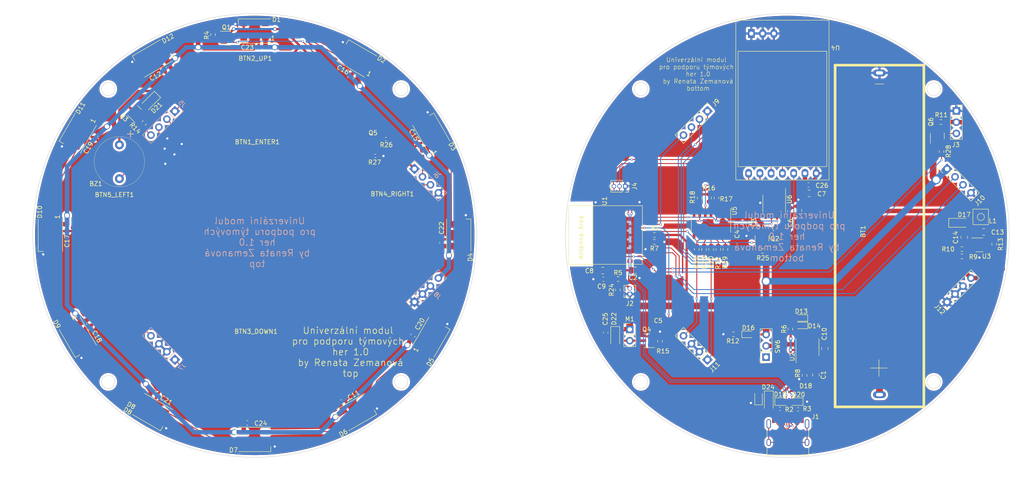
<source format=kicad_pcb>
(kicad_pcb (version 20211014) (generator pcbnew)
  (layers (0 "F.Cu" signal) (31 "B.Cu" signal) (34 "B.Paste" user) (35 "F.Paste" user) (36 "B.SilkS" user "B.Silkscreen") (37 "F.SilkS" user "F.Silkscreen") (38 "B.Mask" user) (39 "F.Mask" user) (44 "Edge.Cuts" user))
  (net 0 "")
  (net 1 "GND")
  (net 2 "DATA_LED")
  (net 3 "Net-(D13-Pad1)")
  (net 4 "Net-(R16-Pad2)")
  (net 5 "SDA")
  (net 6 "SCL")
  (net 7 "+5V")
  (net 8 "Net-(D1-Pad2)")
  (net 9 "Net-(D13-Pad2)")
  (net 10 "Net-(D2-Pad2)")
  (net 11 "Net-(D5-Pad2)")
  (net 12 "Net-(D10-Pad4)")
  (net 13 "Net-(D8-Pad2)")
  (net 14 "Net-(D3-Pad2)")
  (net 16 "+3V3")
  (net 17 "Net-(D14-Pad1)")
  (net 18 "D+")
  (net 19 "D-")
  (net 21 "Net-(D16-Pad1)")
  (net 23 "unconnected-(J1-PadS1)")
  (net 24 "Net-(D17-Pad2)")
  (net 25 "Net-(J1-PadA5)")
  (net 26 "Net-(J1-PadB5)")
  (net 27 "Net-(R8-Pad1)")
  (net 28 "Net-(R10-Pad1)")
  (net 30 "PWR_LED")
  (net 31 "Net-(BZ1-Pad2)")
  (net 32 "Net-(C2-Pad1)")
  (net 33 "TX_LoRa")
  (net 34 "RX_LoRa")
  (net 35 "Net-(C25-Pad2)")
  (net 36 "Net-(Q2-Pad1)")
  (net 37 "PIEZO")
  (net 38 "MOTOR")
  (net 39 "Net-(R13-Pad2)")
  (net 40 "Net-(R23-Pad1)")
  (net 43 "Net-(D4-Pad2)")
  (net 44 "Net-(D6-Pad2)")
  (net 45 "Net-(D7-Pad2)")
  (net 46 "Net-(D10-Pad2)")
  (net 47 "Net-(D11-Pad2)")
  (net 48 "DATA_LED_OUT")
  (net 49 "Net-(D24-Pad2)")
  (net 50 "Net-(R19-Pad1)")
  (net 51 "Net-(R20-Pad1)")
  (net 52 "Net-(R21-Pad2)")
  (net 53 "Net-(R22-Pad1)")
  (net 54 "U_BAT_ADC")
  (net 55 "3V3_SWITCHED")
  (net 56 "Net-(BT1-Pad1)")
  (net 57 "Net-(R24-Pad2)")
  (net 58 "DATA_LED_SIDE")
  (net 59 "Net-(Q5-Pad1)")
  (net 60 "Net-(J3-Pad3)")
  (net 61 "AUX_LoRa")
  (net 62 "M0_LoRa")
  (net 63 "M1_LoRa")
  (net 65 "CHANGE")
  (net 66 "BTN_UP_T")
  (net 67 "BTN_RIGHT_T")
  (net 68 "BTN_ENTER_T")
  (net 69 "BTN_LEFT_T")
  (net 70 "BTN_DOWN_T")
  (net 71 "BTN_UP_B")
  (net 72 "BTN_RIGHT_B")
  (net 73 "BTN_ENTER_B")
  (net 74 "BTN_LEFT_B")
  (net 75 "BTN_DOWN_B")
  (net 76 "PHOTOTRANZISTOR_T")
  (net 77 "PHOTOTRANZISTOR_B")
  (net 78 "3V3_T")
  (net 79 "GND_T")
  (net 80 "PWR_LED_T")
  (net 81 "DATA_LED_T")
  (net 82 "PIEZO_T")
  (net 83 "Net-(R28-Pad2)")
  (footprint "Package_TO_SOT_SMD:SOT-23" (layer "F.Cu") (at 93.95 55.55)
    (fp_text reference "Q1")
    (fp_text value "Q_NMOS_GSD")
  )
  (footprint "Library:Cap_btn_1,6x1,6" (layer "F.Cu") (at 98.52 131.2)
    (fp_text reference "BTN3_DOWN1")
    (fp_text value "Cap_btn")
  )
  (footprint "Diode_SMD:D_SOD-123" (layer "F.Cu") (at 76.493107 69.80752 -135)
    (fp_text reference "D21")
    (fp_text value "D_Schottky")
  )
  (footprint "Connector_PinHeader_2.54mm:PinHeader_1x02_P2.54mm_Vertical" (layer "F.Cu") (at 184.5 121.175)
    (fp_text reference "M1")
    (fp_text value "Motor_DC")
  )
  (footprint "Resistor_SMD:R_0603_1608Metric" (layer "F.Cu") (at 75.0895 74.64413 45)
    (fp_text reference "R14")
    (fp_text value "100k")
  )
  (footprint "Resistor_SMD:R_0603_1608Metric" (layer "F.Cu") (at 259.35 104.725)
    (fp_text reference "R9")
    (fp_text value "39k")
  )
  (footprint "Capacitor_SMD:C_0805_2012Metric" (layer "F.Cu") (at 264.25 99.2 180)
    (fp_text reference "C13")
    (fp_text value "4u7")
  )
  (footprint "Resistor_SMD:R_0603_1608Metric" (layer "F.Cu") (at 214.4 103.47)
    (fp_text reference "R25")
    (fp_text value "100k")
  )
  (footprint "Connector_PinSocket_1.27mm:PinSocket_1x03_P1.27mm_Vertical" (layer "F.Cu") (at 183.475 88.925 -90)
    (fp_text reference "J4")
    (fp_text value "Conn_01x03_Male")
  )
  (footprint "Resistor_SMD:R_0603_1608Metric" (layer "F.Cu") (at 254.75 81.1 90)
    (fp_text reference "R28")
    (fp_text value "180R")
  )
  (footprint "Library:E22-900T22D" (layer "F.Cu") (at 218.9 69.5 180)
    (fp_text reference "U4")
    (fp_text value "E22-900T22D")
  )
  (footprint "LED_SMD:LED_WS2812B_PLCC4_5.0x5.0mm_P3.2mm" (layer "F.Cu") (at 139.797168 122.959999 60)
    (fp_text reference "D5")
    (fp_text value "WS2812B")
  )
  (footprint "Resistor_SMD:R_0603_1608Metric" (layer "F.Cu") (at 90.59 54.74 -90)
    (fp_text reference "R4")
    (fp_text value "10k")
  )
  (footprint "Package_TO_SOT_SMD:SOT-23" (layer "F.Cu") (at 253.8 77.5875 90)
    (fp_text reference "Q6")
    (fp_text value "Q_NMOS_GSD")
  )
  (footprint "LED_SMD:LED_0603_1608Metric" (layer "F.Cu") (at 223.115 118.6025 180)
    (fp_text reference "D13")
    (fp_text value "Green")
  )
  (footprint "Library:L_CDRH3D18" (layer "F.Cu") (at 263.575 95.825 -90)
    (fp_text reference "L1")
    (fp_text value "4u7")
  )
  (footprint "Capacitor_SMD:C_0603_1608Metric" (layer "F.Cu") (at 64.19 77.42 -120)
    (fp_text reference "C19")
    (fp_text value "100n")
  )
  (footprint "Capacitor_SMD:C_0603_1608Metric" (layer "F.Cu") (at 220.6 94.57 90)
    (fp_text reference "C6")
    (fp_text value "100n")
  )
  (footprint "LED_SMD:LED_WS2812B_PLCC4_5.0x5.0mm_P3.2mm" (layer "F.Cu") (at 145.96 99.96 90)
    (fp_text reference "D4")
    (fp_text value "WS2812B")
  )
  (footprint "Diode_SMD:D_SOD-323" (layer "F.Cu") (at 218.7 137.45)
    (fp_text reference "D19")
    (fp_text value "SD05_SOD323")
  )
  (footprint "LED_SMD:LED_WS2812B_PLCC4_5.0x5.0mm_P3.2mm" (layer "F.Cu") (at 53.96 99.96 -90)
    (fp_text reference "D10")
    (fp_text value "WS2812B")
  )
  (footprint "Capacitor_SMD:C_0603_1608Metric" (layer "F.Cu") (at 98.31 142.24)
    (fp_text reference "C24")
    (fp_text value "100n")
  )
  (footprint "Library:SMD,3.5x2.8x1.9mm" (layer "F.Cu") (at 126.63 79.79 -90)
    (fp_text reference "Q5")
    (fp_text value "Q_Photo_NPN")
  )
  (footprint "Resistor_SMD:R_0603_1608Metric" (layer "F.Cu") (at 204.05 91.5375 -90)
    (fp_text reference "R17")
    (fp_text value "10k")
  )
  (footprint "LED_SMD:LED_WS2812B_PLCC4_5.0x5.0mm_P3.2mm" (layer "F.Cu") (at 60.122831 122.96 -60)
    (fp_text reference "D9")
    (fp_text value "WS2812B")
  )
  (footprint "Capacitor_SMD:C_0805_2012Metric" (layer "F.Cu") (at 224.92 90.53)
    (fp_text reference "C7")
    (fp_text value "10u")
  )
  (footprint "Connector_PinSocket_1.27mm:PinSocket_1x02_P1.27mm_Vertical" (layer "F.Cu") (at 184.516745 113.212482 180)
    (fp_text reference "J2")
    (fp_text value "Conn_01x02_Female")
  )
  (footprint "Capacitor_SMD:C_0805_2012Metric" (layer "F.Cu") (at 178.406698 107.917961 180)
    (fp_text reference "C8")
    (fp_text value "10u")
  )
  (footprint "Package_SO:SOIC-8_3.9x4.9mm_P1.27mm" (layer "F.Cu") (at 217.05 92.85 -90)
    (fp_text reference "U6")
    (fp_text value "PCA9536D")
  )
  (footprint "Connector_USB:USB_C_Receptacle_HRO_TYPE-C-31-M-12" (layer "F.Cu") (at 220.130001 145.585001)
    (fp_text reference "J1")
    (fp_text value "USB_C_Receptacle_USB2.0")
  )
  (footprint "Capacitor_SMD:C_0603_1608Metric" (layer "F.Cu") (at 135.6325 122.56117 60)
    (fp_text reference "C20")
    (fp_text value "100n")
  )
  (footprint "Capacitor_SMD:C_0603_1608Metric" (layer "F.Cu") (at 77.39 135.67 -30)
    (fp_text reference "C21")
    (fp_text value "100n")
  )
  (footprint "Capacitor_SMD:C_0603_1608Metric" (layer "F.Cu") (at 57.7 98.24 -90)
    (fp_text reference "C17")
    (fp_text value "100n")
  )
  (footprint "LED_SMD:LED_WS2812B_PLCC4_5.0x5.0mm_P3.2mm" (layer "F.Cu") (at 99.96 145.96)
    (fp_text reference "D7")
    (fp_text value "WS2812B")
  )
  (footprint "Connector_PinHeader_2.54mm:PinHeader_1x04_P2.54mm_Vertical" (layer "F.Cu") (at 202 72 -45)
    (fp_text reference "J9")
    (fp_text value "Conn_01x04_Female")
  )
  (footprint "Diode_SMD:D_SOD-123" (layer "F.Cu") (at 258.625 97.15)
    (fp_text reference "D17")
    (fp_text value "MBR0520")
  )
  (footprint "Capacitor_SMD:C_0603_1608Metric" (layer "F.Cu") (at 119.67 137.47 30)
    (fp_text reference "C11")
    (fp_text value "100n")
  )
  (footprint "Diode_SMD:D_SOD-323" (layer "F.Cu") (at 222.05 137.45 180)
    (fp_text reference "D20")
    (fp_text value "SD05_SOD323")
  )
  (footprint "Capacitor_SMD:C_0805_2012Metric" (layer "F.Cu") (at 259.875 100.4 -90)
    (fp_text reference "C14")
    (fp_text value "10u")
  )
  (footprint "Resistor_SMD:R_0603_1608Metric" (layer "F.Cu") (at 199.6 103.1625 90)
    (fp_text reference "R21")
    (fp_text value "10k")
  )
  (footprint "Library:Cap_btn_4x4" (layer "F.Cu") (at 99.88 99.09)
    (fp_text reference "BTN1_ENTER1")
    (fp_text value "Cap_btn")
  )
  (footprint "Resistor_SMD:R_0402_1005Metric" (layer "F.Cu") (at 222.43 139.200001)
    (fp_text reference "R3")
    (fp_text value "5k1")
  )
  (footprint "Connector_PinHeader_2.54mm:PinHeader_1x04_P2.54mm_Vertical" (layer "F.Cu") (at 202 128 -135)
    (fp_text reference "J11")
    (fp_text value "Conn_01x04_Female")
  )
  (footprint "Resistor_SMD:R_0603_1608Metric" (layer "F.Cu") (at 266.625 102 -90)
    (fp_text reference "R13")
    (fp_text value "150k")
  )
  (footprint "Resistor_SMD:R_0603_1608Metric" (layer "F.Cu") (at 202.35 91.5625 -90)
    (fp_text reference "R16")
    (fp_text value "10k")
  )
  (footprint "LED_SMD:LED_WS2812B_PLCC4_5.0x5.0mm_P3.2mm" (layer "F.Cu") (at 99.96 53.96 180)
    (fp_text reference "D1")
    (fp_text value "WS2812B")
  )
  (footprint "Resistor_SMD:R_0603_1608Metric" (layer "F.Cu") (at 201.25 103.1625 -90)
    (fp_text reference "R23")
    (fp_text value "10k")
  )
  (footprint "LED_SMD:LED_0603_1608Metric" (layer "F.Cu") (at 223.115 120.2825 180)
    (fp_text reference "D14")
    (fp_text value "Red")
  )
  (footprint "Package_SO:SOIC-14_3.9x8.7mm_P1.27mm" (layer "F.Cu") (at 202.8 97.3625 -90)
    (fp_text reference "U5")
    (fp_text value "AT42QT1070-S")
  )
  (footprint "Connector_PinHeader_2.54mm:PinHeader_1x04_P2.54mm_Vertical" (layer "F.Cu") (at 256 115 135)
    (fp_text reference "J12")
    (fp_text value "Conn_01x04_Female")
  )
  (footprint "Resistor_SMD:R_0603_1608Metric" (layer "F.Cu") (at 223.9 131.54 -90)
    (fp_text reference "R8")
    (fp_text value "1k2")
  )
  (footprint "LED_SMD:LED_WS2812B_PLCC4_5.0x5.0mm_P3.2mm" (layer "F.Cu") (at 139.797168 76.96 120)
    (fp_text reference "D3")
    (fp_text value "WS2812B")
  )
  (footprint "Diode_SMD:D_SOD-323" (layer "F.Cu") (at 213.522348 136.679935 90)
    (fp_text reference "D18")
    (fp_text value "SD05_SOD323")
  )
  (footprint "Package_TO_SOT_SMD:SOT-23-5" (layer "F.Cu") (at 263.3125 102.125)
    (fp_text reference "U3")
    (fp_text value "LT1930")
  )
  (footprint "Resistor_SMD:R_0603_1608Metric" (layer "F.Cu") (at 190.05 101.45)
    (fp_text reference "R7")
    (fp_text value "10k")
  )
  (footprint "LED_SMD:LED_WS2812B_PLCC4_5.0x5.0mm_P3.2mm" (layer "F.Cu") (at 122.96 139.797168 30)
    (fp_text reference "D6")
    (fp_text value "WS2812B")
  )
  (footprint "Capacitor_SMD:C_0603_1608Metric" (layer "F.Cu") (at 122.47 64.21 150)
    (fp_text reference "C16")
    (fp_text value "100n")
  )
  (footprint "Resistor_SMD:R_0603_1608Metric" (layer "F.Cu") (at 207.8625 122.275 180)
    (fp_text reference "R12")
    (fp_text value "10k")
  )
  (footprint "Capacitor_SMD:C_0805_2012Metric" (layer "F.Cu") (at 226.45 131.44 -90)
    (fp_text reference "C1")
    (fp_text value "4u7")
  )
  (footprint "Resistor_SMD:R_0603_1608Metric" (layer "F.Cu") (at 204.45 103.1625 -90)
    (fp_text reference "R22")
    (fp_text value "10k")
  )
  (footprint "Capacitor_SMD:C_0603_1608Metric" (layer "F.Cu") (at 178.556698 109.851338 180)
    (fp_text reference "C9")
    (fp_text value "100n")
  )
  (footprint "Resistor_SMD:R_0603_1608Metric" (layer "F.Cu") (at 200.25 91.5625 -90)
    (fp_text reference "R18")
    (fp_text value "10k")
  )
  (footprint "Library:ESP32-C3" (layer "F.Cu") (at 181.75 99.9 90)
    (fp_text reference "U1")
    (fp_text value "ESP32-C3")
  )
  (footprint "Capacitor_SMD:C_0603_1608Metric" (layer "F.Cu") (at 142.17 101.65 90)
    (fp_text reference "C22")
    (fp_text value "100n")
  )
  (footprint "Resistor_SMD:R_0603_1608Metric" (layer "F.Cu") (at 202.85 103.1625 -90)
    (fp_text reference "R20")
    (fp_text value "10k")
  )
  (footprint "Capacitor_SMD:C_0603_1608Metric" (layer "F.Cu") (at 101.67 57.58 180)
    (fp_text reference "C23")
    (fp_text value "100n")
  )
  (footprint "Connector_PinSocket_2.54mm:PinSocket_1x03_P2.54mm_Vertical" (layer "F.Cu") (at 215.225 127.425 180)
    (fp_text reference "SW6")
    (fp_text value "SW_SPDT")
  )
  (footprint "Capacitor_SMD:C_0603_1608Metric" (layer "F.Cu") (at 62.55 119.73 -60)
    (fp_text reference "C18")
    (fp_text value "100n")
  )
  (footprint "Capacitor_SMD:C_0805_2012Metric" (layer "F.Cu") (at 222.52 94.38 90)
    (fp_text reference "C5")
    (fp_text value "10u")
  )
  (footprint "Resistor_SMD:R_0402_1005Metric" (layer "F.Cu") (at 218.355001 139.100001 180)
    (fp_text reference "R2")
    (fp_text value "5k1")
  )
  (footprint "Library:battery_dock" (layer "F.Cu") (at 240.77 99.63 -90)
    (fp_text reference "BT1")
    (fp_text value "Battery_Cell")
  )
  (footprint "Package_TO_SOT_SMD:SOT-23" (layer "F.Cu") (at 214.3 100.65 90)
    (fp_text reference "Q2")
    (fp_text value "Q_PMOS_GSD")
  )
  (footprint "Diode_SMD:D_SOD-123" (layer "F.Cu") (at 215.83 137.3 -90)
    (fp_text reference "D24")
    (fp_text value "D_Schottky")
  )
  (footprint "Resistor_SMD:R_0603_1608Metric" (layer "F.Cu") (at 259.35 103.075 180)
    (fp_text reference "R10")
    (fp_text value "13k")
  )
  (footprint "Resistor_SMD:R_0603_1608Metric" (layer "F.Cu") (at 181.872604 109.826337)
    (fp_text reference "R5")
    (fp_text value "10k")
  )
  (footprint "Capacitor_SMD:C_0603_1608Metric" (layer "F.Cu") (at 208.85 97.113214 -90)
    (fp_text reference "C4")
    (fp_text value "100n")
  )
  (footprint "Connector_PinHeader_2.54mm:PinHeader_1x04_P2.54mm_Vertical" (layer "F.Cu") (at 256 85 45)
    (fp_text reference "J10")
    (fp_text value "Conn_01x04_Female")
  )
  (footprint "Resistor_SMD:R_0603_1608Metric" (layer "F.Cu") (at 206.05 103.163214 -90)
    (fp_text reference "R19")
    (fp_text value "10k")
  )
  (footprint "Capacitor_SMD:C_0805_2012Metric" (layer "F.Cu") (at 228.45 125.49 -90)
    (fp_text reference "C10")
    (fp_text value "4u7")
  )
  (footprint "Resistor_SMD:R_0603_1608Metric" (layer "F.Cu") (at 190.05 99.9 180)
    (fp_text reference "R1")
    (fp_text value "47k")
  )
  (footprint "Capacitor_SMD:C_0805_2012Metric" (layer "F.Cu") (at 210.8 97.063214 -90)
    (fp_text reference "C3")
    (fp_text value "100u")
  )
  (footprint "Capacitor_SMD:C_0805_2012Metric" (layer "F.Cu") (at 185.761745 107.847482)
    (fp_text reference "C2")
    (fp_text value "1u")
  )
  (footprint "LED_SMD:LED_WS2812B_PLCC4_5.0x5.0mm_P3.2mm" (layer "F.Cu") (at 122.96 60.122831 150)
    (fp_text reference "D2")
    (fp_text value "WS2812B")
  )
  (footprint "Library:Cap_btn_1,6x1,6" (layer "F.Cu") (at 68.16 100.2)
    (fp_text reference "BTN5_LEFT1")
    (fp_text value "Cap_btn")
  )
  (footprint "Capacitor_SMD:C_0603_1608Metric" (layer "F.Cu") (at 224.75 88.65)
    (fp_text reference "C26")
    (fp_text value "100n")
  )
  (footprint "Resistor_SMD:R_0603_1608Metric" (layer "F.Cu") (at 220.7 121.09 90)
    (fp_text reference "R6")
    (fp_text value "330R")
  )
  (footprint "Library:Cap_btn_1,6x1,6" (layer "F.Cu") (at 99.14 69.79)
    (fp_text reference "BTN2_UP1")
    (fp_text value "Cap_btn")
  )
  (footprint "Package_TO_SOT_SMD:SOT-23" (layer "F.Cu") (at 72.941663 72.284162 135)
    (fp_text reference "Q3")
    (fp_text value "Q_NMOS_GSD")
  )
  (footprint "Library:PIEZO" (layer "F.Cu") (at 69.5 83.4)
    (fp_text reference "BZ1")
    (fp_text value "Buzzer")
  )
  (footprint "Resistor_SMD:R_0402_1005Metric" (layer "F.Cu") (at 129.55 78.3 180)
    (fp_text reference "R26")
    (fp_text value "22k")
  )
  (footprint "Resistor_SMD:R_0603_1608Metric" (layer "F.Cu") (at 181.831702 112.276339 90)
    (fp_text reference "R24")
    (fp_text value "10k")
  )
  (footprint "Package_SO:SOP-8_3.76x4.96mm_P1.27mm" (layer "F.Cu") (at 224.55 125.19 90)
    (fp_text reference "U2")
    (fp_text value "CN3058E")
  )
  (footprint "Connector_PinSocket_2.54mm:PinSocket_1x03_P2.54mm_Vertical" (layer "F.Cu") (at 258.09262 71.9375)
    (fp_text reference "J3")
    (fp_text value "Conn_01x03_Male")
  )
  (footprint "Resistor_SMD:R_0603_1608Metric" (layer "F.Cu") (at 191.32119 123.8475 90)
    (fp_text reference "R15")
    (fp_text value "100k")
  )
  (footprint "LED_SMD:LED_WS2812B_PLCC4_5.0x5.0mm_P3.2mm" (layer "F.Cu") (at 60.122831 76.96 -120)
    (fp_text reference "D11")
    (fp_text value "WS2812B")
  )
  (footprint "LED_SMD:LED_0603_1608Metric" (layer "F.Cu") (at 211.2375 122.3)
    (fp_text reference "D16")
    (fp_text value "Green")
  )
  (footprint "Capacitor_SMD:C_0603_1608Metric" (layer "F.Cu") (at 179.07119 121.8975 -90)
    (fp_text reference "C25")
    (fp_text value "100n")
  )
  (footprint "Library:Cap_btn_1,6x1,6" (layer "F.Cu") (at 129.53 101.12)
    (fp_text reference "BTN4_RIGHT1")
    (fp_text value "Cap_btn")
  )
  (footprint "LED_SMD:LED_WS2812B_PLCC4_5.0x5.0mm_P3.2mm" (layer "F.Cu") (at 76.959999 60.122831 -150)
    (fp_text reference "D12")
    (fp_text value "WS2812B")
  )
  (footprint "Diode_SMD:D_SOD-123" (layer "F.Cu") (at 181.22119 122.7775 -90)
    (fp_text reference "D22")
    (fp_text value "D_Schottky")
  )
  (footprint "Capacitor_SMD:C_0603_1608Metric" (layer "F.Cu") (at 80.37 62.54 -150)
    (fp_text reference "C12")
    (fp_text value "100n")
  )
  (footprint "Resistor_SMD:R_0402_1005Metric" (layer "F.Cu") (at 127.16 82.085)
    (fp_text reference "R27")
    (fp_text value "10k")
  )
  (footprint "Package_TO_SOT_SMD:SOT-23" (layer "F.Cu") (at 188.39119 123.7075 180)
    (fp_text reference "Q4")
    (fp_text value "Q_NMOS_GSD")
  )
  (footprint "Capacitor_SMD:C_0603_1608Metric" (layer "F.Cu") (at 137.35 80.16 120)
    (fp_text reference "C15")
    (fp_text value "100n")
  )
  (footprint "LED_SMD:LED_WS2812B_PLCC4_5.0x5.0mm_P3.2mm" (layer "F.Cu") (at 76.96 139.797168 -30)
    (fp_text reference "D8")
    (fp_text value "WS2812B")
  )
  (footprint "Resistor_SMD:R_0603_1608Metric" (layer "F.Cu") (at 254.6 74.4375 180)
    (fp_text reference "R11")
    (fp_text value "10k")
  )
  (footprint "Connector_PinHeader_2.54mm:PinHeader_1x04_P2.54mm_Vertical" (layer "B.Cu") (at 136 115 -45)
    (fp_text reference "J8")
    (fp_text value "Conn_01x04_Female")
  )
  (footprint "Connector_PinHeader_2.54mm:PinHeader_1x04_P2.54mm_Vertical" (layer "B.Cu") (at 82 128 45)
    (fp_text reference "J7")
    (fp_text value "Conn_01x04_Female")
  )
  (footprint "Connector_PinHeader_2.54mm:PinHeader_1x04_P2.54mm_Vertical" (layer "B.Cu") (at 82 72 135)
    (fp_text reference "J5")
    (fp_text value "Conn_01x04_Female")
  )
  (footprint "Connector_PinHeader_2.54mm:PinHeader_1x04_P2.54mm_Vertical" (layer "B.Cu") (at 136 85 -135)
    (fp_text reference "J6")
    (fp_text value "Conn_01x04_Female")
  )
  (gr_circle (center 67 67) (end 68.5 67) (layer "Edge.Cuts") (width 0.1) (fill none))
  (gr_circle (center 253 67) (end 254.5 67) (layer "Edge.Cuts") (width 0.1) (fill none))
  (gr_circle (center 67 133) (end 68.5 133) (layer "Edge.Cuts") (width 0.1) (fill none))
  (gr_circle (center 187 133) (end 188.5 133) (layer "Edge.Cuts") (width 0.1) (fill none))
  (gr_circle (center 253 133) (end 254.5 133) (layer "Edge.Cuts") (width 0.1) (fill none))
  (gr_circle (center 133 67) (end 134.5 67) (layer "Edge.Cuts") (width 0.1) (fill none))
  (gr_circle (center 100 100) (end 150 100) (layer "Edge.Cuts") (width 0.1) (fill none))
  (gr_circle (center 133 133) (end 134.5 133) (layer "Edge.Cuts") (width 0.1) (fill none))
  (gr_circle (center 187 67) (end 188.5 67) (layer "Edge.Cuts") (width 0.1) (fill none))
  (gr_circle (center 220 100) (end 270 100) (layer "Edge.Cuts") (width 0.1) (fill none))
  (gr_text "Univerzální modul \npro podporu týmových \nher 1.0\nby Renata Zemanová\nbottom\n\n" (at 219.9 101.45) (layer "B.SilkS") (effects (font (size 1.5 1.5)) (justify mirror)))
  (gr_text "Univerzální modul \npro podporu týmových \nher 1.0\nby Renata Zemanová\ntop\n\n" (at 100.55 102.75) (layer "B.SilkS") (effects (font (size 1.5 1.5)) (justify mirror)))
  (gr_text "Univerzální modul \npro podporu týmových \nher 1.0\nby Renata Zemanová\ntop\n\n" (at 121.6 127.45) (layer "F.SilkS") (effects (font (size 1.5 1.5))))
  (gr_text "Univerzální modul \npro podporu týmových \nher 1.0\nby Renata Zemanová\nbottom\n\n" (at 199.9 64.45) (layer "F.SilkS") (effects (font (size 1 1) (thickness 0.1))))
  (segment (start 177.456698 105.842435) (end 177.414263 105.8) (width 0.5) (layer "F.Cu") (net 1))
  (segment (start 217.65 138.15) (end 217.65 137.45) (width 0.5) (layer "F.Cu") (net 1))
  (segment (start 181.75 97.925) (end 179.775 97.925) (width 0.5) (layer "F.Cu") (net 1))
  (segment (start 228.45 130.8175) (end 228.45 131.79) (width 0.5) (layer "F.Cu") (net 1))
  (segment (start 206.61 97.9725) (end 206.61 97.3725) (width 0.5) (layer "F.Cu") (net 1))
  (segment (start 207.0375 122.275) (end 205.625 122.275) (width 0.5) (layer "F.Cu") (net 1))
  (segment (start 208.85 97.888214) (end 206.694286 97.888214) (width 0.5) (layer "F.Cu") (net 1))
  (segment (start 179.775 99.9) (end 176.85 99.9) (width 0.5) (layer "F.Cu") (net 1))
  (segment (start 260.425 101.35) (end 261.2 102.125) (width 0.5) (layer "F.Cu") (net 1))
  (segment (start 205.625 122.275) (end 205.6 122.25) (width 0.5) (layer "F.Cu") (net 1))
  (segment (start 222.6725 132.3725) (end 222.665 132.365) (width 0.5) (layer "F.Cu") (net 1))
  (segment (start 206.61 97.3725) (end 205.34 96.1025) (width 0.5) (layer "F.Cu") (net 1))
  (segment (start 222.52 91.97) (end 222.5 91.95) (width 0.5) (layer "F.Cu") (net 1))
  (segment (start 176.85 102.3) (end 176.85 103.1) (width 0.5) (layer "F.Cu") (net 1))
  (segment (start 217.845001 138.345001) (end 217.65 138.15) (width 0.5) (layer "F.Cu") (net 1))
  (segment (start 177.781698 109.851338) (end 176.301338 109.851338) (width 0.5) (layer "F.Cu") (net 1))
  (segment (start 213.522348 137.729935) (end 215.070065 137.729935) (width 0.5) (layer "F.Cu") (net 1))
  (segment (start 177.456698 107.917961) (end 177.456698 105.842435) (width 0.5) (layer "F.Cu") (net 1))
  (segment (start 206.61 99.8375) (end 206.61 97.9725) (width 0.5) (layer "F.Cu") (net 1))
  (segment (start 210.8 98.013214) (end 209.800714 98.013214) (width 0.5) (layer "F.Cu") (net 1))
  (segment (start 181.75 99.9) (end 181.75 97.925) (width 0.5) (layer "F.Cu") (net 1))
  (segment (start 179.775 99.9) (end 179.775 101.875) (width 0.5) (layer "F.Cu") (net 1))
  (segment (start 216.880001 141.540001) (end 216.880001 140.580001) (width 0.5) (layer "F.Cu") (net 1))
  (segment (start 179.775 99.9) (end 181.75 99.9) (width 0.5) (layer "F.Cu") (net 1))
  (segment (start 181.75 99.9) (end 183.725 99.9) (width 0.5) (layer "F.Cu") (net 1))
  (segment (start 177.781698 109.851338) (end 177.781698 109.317435) (width 0.5) (layer "F.Cu") (net 1))
  (segment (start 177.456698 108.992435) (end 177.456698 107.917961) (width 0.5) (layer "F.Cu") (net 1))
  (segment (start 226.425 132.365) (end 226.45 132.39) (width 0.5) (layer "F.Cu") (net 1))
  (segment (start 222.940001 140.06) (end 222.94 139.200002) (width 0.5) (layer "F.Cu") (net 1))
  (segment (start 190.875 101.45) (end 192.3 101.45) (width 0.5) (layer "F.Cu") (net 1))
  (segment (start 176.85 103.1) (end 176.85 103.9) (width 0.5) (layer "F.Cu") (net 1))
  (segment (start 223.9 132.365) (end 225.175 132.365) (width 0.5) (layer "F.Cu") (net 1))
  (segment (start 176.85 97.5) (end 176.85 98.3) (width 0.5) (layer "F.Cu") (net 1))
  (segment (start 190.4925 123.0225) (end 191.32119 123.0225) (width 0.5) (layer "F.Cu") (net 1))
  (segment (start 186.65 105.8) (end 186.7 105.85) (width 0.5) (layer "F.Cu") (net 1))
  (segment (start 176.85 94) (end 176.8 93.95) (width 0.5) (layer "F.Cu") (net 1))
  (segment (start 177.781698 109.317435) (end 177.456698 108.992435) (width 0.5) (layer "F.Cu") (net 1))
  (segment (start 186.65 103.1) (end 188.05 103.1) (width 0.5) (layer "F.Cu") (net 1))
  (segment (start 223.1 137.45) (end 223.1 138.45) (width 0.5) (layer "F.Cu") (net 1))
  (segment (start 222.645 132.345) (end 222.665 132.365) (width 0.5) (layer "F.Cu") (net 1))
  (segment (start 258.525 103.075) (end 258.525 101.71) (width 0.5) (layer "F.Cu") (net 1))
  (segment (start 222.52 93.43) (end 222.52 91.97) (width 0.5) (layer "F.Cu") (net 1))
  (segment (start 225.175 132.365) (end 226.425 132.365) (width 0.5) (layer "F.Cu") (net 1))
  (segment (start 205.34 94.8875) (end 205.34 96.1025) (width 0.5) (layer "F.Cu") (net 1))
  (segment (start 221.62 93.43) (end 222.52 93.43) (width 0.5) (layer "F.Cu") (net 1))
  (segment (start 225.87 89.67) (end 225.87 90.53) (width 0.5) (layer "F.Cu") (net 1))
  (segment (start 223.380001 140.500001) (end 222.940001 140.06) (width 0.5) (layer "F.Cu") (net 1))
  (segment (start 186 103.1) (end 184.775 101.875) (width 0.5) (layer "F.Cu") (net 1))
  (segment (start 215.35 137.45) (end 217.65 137.45) (width 0.5) (layer "F.Cu") (net 1))
  (segment (start 210.8 98.013214) (end 210.8 100.1) (width 0.5) (layer "F.Cu") (net 1))
  (segment (start 176.85 95.9) (end 176.85 96.7) (width 0.5) (layer "F.Cu") (net 1))
  (segment (start 185.75 105.8) (end 186.65 105.8) (width 0.5) (layer "F.Cu") (net 1))
  (segment (start 220.6 93.795) (end 221.255 93.795) (width 0.5) (layer "F.Cu") (net 1))
  (segment (start 222.94 138.61) (end 223.1 138.45) (width 0.5) (layer "F.Cu") (net 1))
  (segment (start 209.675714 97.888214) (end 209.800714 98.013214) (width 0.5) (layer "F.Cu") (net 1))
  (segment (start 263.195 102.125) (end 263.3 102.23) (width 0.5) (layer "F.Cu") (net 1))
  (segment (start 263.3 99.2) (end 263.3 102.23) (width 0.5) (layer "F.Cu") (net 1))
  (segment (start 181.75 99.9) (end 181.75 101.875) (width 0.5) (layer "F.Cu") (net 1))
  (segment (start 215.145 91.405) (end 213.9 92.65) (width 0.5) (layer "F.Cu") (net 1))
  (segment (start 222.675 132.3725) (end 222.6725 132.3725) (width 0.5) (layer "F.Cu") (net 1))
  (segment (start 258.525 101.71) (end 258.885 101.35) (width 0.5) (layer "F.Cu") (net 1))
  (segment (start 176.85 96.7) (end 176.85 97.5) (width 0.5) (layer "F.Cu") (net 1))
  (segment (start 228.45 126.44) (end 228.45 130.8175) (width 0.5) (layer "F.Cu") (net 1))
  (segment (start 213.522348 139.522348) (end 213.522348 137.729935) (width 0.5) (layer "F.Cu") (net 1))
  (segment (start 216.880001 140.580001) (end 216.5 140.2) (width 0.5) (layer "F.Cu") (net 1))
  (segment (start 217.845001 139.100001) (end 217.845001 138.345001) (width 0.5) (layer "F.Cu") (net 1))
  (segment (start 222.94 139.200001) (end 222.94 138.61) (width 0.5) (layer "F.Cu") (net 1))
  (segment (start 214.2 140.2) (end 213.522348 139.522348) (width 0.5) (layer "F.Cu") (net 1))
  (segment (start 186.711745 109.588255) (end 186.7 109.6) (width 0.5) (layer "F.Cu") (net 1))
  (segment (start 177.414263 105.8) (end 176.85 105.8) (width 0.5) (layer "F.Cu") (net 1))
  (segment (start 208.85 97.888214) (end 209.675714 97.888214) (width 0.5) (layer "F.Cu") (net 1))
  (segment (start 259.875 101.35) (end 260.425 101.35) (width 0.5) (layer "F.Cu") (net 1))
  (segment (start 176.85 98.3) (end 176.85 99.1) (width 0.5) (layer "F.Cu") (net 1))
  (segment (start 176.85 105.8) (end 176.8 105.85) (width 0.5) (layer "F.Cu") (net 1))
  (segment (start 184.775 101.875) (end 183.725 101.875) (width 0.5) (layer "F.Cu") (net 1))
  (segment (start 183.725 97.925) (end 183.725 99.9) (width 0.5) (layer "F.Cu") (net 1))
  (segment (start 216.5 140.2) (end 214.2 140.2) (width 0.5) (layer "F.Cu") (net 1))
  (segment (start 225.185 132.355) (end 225.175 132.365) (width 0.5) (layer "F.Cu") (net 1))
  (segment (start 223.1 137.45) (end 224.45 137.45) (width 0.5) (layer "F.Cu") (net 1))
  (segment (start 221.255 93.795) (end 221.62 93.43) (width 0.5) (layer "F.Cu") (net 1))
  (segment (start 176.85 104.7) (end 176.85 105.8) (width 0.5) (layer "F.Cu") (net 1))
  (segment (start 215.070065 137.729935) (end 215.35 137.45) (width 0.5) (layer "F.Cu") (net 1))
  (segment (start 226.52 86) (end 226.52 86.73) (width 0.5) (layer "F.Cu") (net 1))
  (segment (start 176.8 93.95) (end 176.8 92.559227) (width 0.5) (layer "F.Cu") (net 1))
  (segment (start 177.75 105.8) (end 178.55 105.8) (width 0.5) (layer "F.Cu") (net 1))
  (segment (start 183.725 101.875) (end 181.75 101.875) (width 0.5) (layer "F.Cu") (net 1))
  (segment (start 215.145 90.375) (end 215.145 91.405) (width 0.5) (layer "F.Cu") (net 1))
  (segment (start 183.725 99.9) (end 183.725 101.875) (width 0.5) (layer "F.Cu") (net 1))
  (segment (start 223.380002 141.540001) (end 223.380001 140.500001) (width 0.5) (layer "F.Cu") (net 1))
  (segment (start 225.525 89.325) (end 225.87 89.67) (width 0.5) (layer "F.Cu") (net 1))
  (segment (start 228.45 131.79) (end 227.85 132.39) (width 0.5) (layer "F.Cu") (net 1))
  (segment (start 186.7 93.95) (end 186.7 92.5) (width 0.5) (layer "F.Cu") (net 1))
  (segment (start 176.85 99.1) (end 176.85 99.9) (width 0.5) (layer "F.Cu") (net 1))
  (segment (start 176.301338 109.851338) (end 176.3 109.85) (width 0.5) (layer "F.Cu") (net 1))
  (segment (start 263.3 104.97) (end 263.29 104.98) (width 0.5) (layer "F.Cu") (net 1))
  (segment (start 176.85 95.1) (end 176.85 95.9) (width 0.5) (layer "F.Cu") (net 1))
  (segment (start 263.3 102.23) (end 263.3 104.97) (width 0.5) (layer "F.Cu") (net 1))
  (segment (start 226.52 86.73) (end 225.525 87.725) (width 0.5) (layer "F.Cu") (net 1))
  (segment (start 176.85 103.9) (end 176.85 104.7) (width 0.5) (layer "F.Cu") (net 1))
  (segment (start 213.522348 137.729935) (end 211.820065 137.729935) (width 0.5) (layer "F.Cu") (net 1))
  (segment (start 223.9 132.365) (end 222.665 132.365) (width 0.5) (layer "F.Cu") (net 1))
  (segment (start 179.775 97.925) (end 179.775 99.9) (width 0.5) (layer "F.Cu") (net 1))
  (segment (start 206.694286 97.888214) (end 206.61 97.9725) (width 0.5) (layer "F.Cu") (net 1))
  (segment (start 211.820065 137.729935) (end 211.8 137.75) (width 0.5) (layer "F.Cu") (net 1))
  (segment (start 176.8 92.559227) (end 176.811745 92.547482) (width 0.5) (layer "F.Cu") (net 1))
  (segment (start 227.85 132.39) (end 226.45 132.39) (width 0.5) (layer "F.Cu") (net 1))
  (segment (start 186.711745 107.847482) (end 186.711745 109.588255) (width 0.5) (layer "F.Cu") (net 1))
  (segment (start 189.32869 122.7575) (end 190.2275 122.7575) (width 0.5) (layer "F.Cu") (net 1))
  (segment (start 262.175 102.125) (end 263.195 102.125) (width 0.5) (layer "F.Cu") (net 1))
  (segment (start 186.65 103.1) (end 186 103.1) (width 0.5) (layer "F.Cu") (net 1))
  (segment (start 176.85 100.7) (end 176.85 101.5) (width 0.5) (layer "F.Cu") (net 1))
  (segment (start 258.885 101.35) (end 259.875 101.35) (width 0.5) (layer "F.Cu") (net 1))
  (segment (start 176.85 95.1) (end 176.85 94) (width 0.5) (layer "F.Cu") (net 1))
  (segment (start 186.7 107.835737) (end 186.711745 107.847482) (width 0.5) (layer "F.Cu") (net 1))
  (segment (start 179.775 101.875) (end 181.75 101.875) (width 0.5) (layer "F.Cu") (net 1))
  (segment (start 186.7 105.85) (end 186.7 107.835737) (width 0.5) (layer "F.Cu") (net 1))
  (segment (start 225.525 87.725) (end 225.525 88.65) (width 0.5) (layer "F.Cu") (net 1))
  (segment (start 261.2 102.125) (end 262.175 102.125) (width 0.5) (layer "F.Cu") (net 1))
  (segment (start 176.85 99.9) (end 176.85 100.7) (width 0.5) (layer "F.Cu") (net 1))
  (segment (start 225.525 88.65) (end 225.525 89.325) (width 0.5) (layer "F.Cu") (net 1))
  (segment (start 222.645 127.7275) (end 222.645 132.345) (width 0.5) (layer "F.Cu") (net 1))
  (segment (start 191.32119 123.0225) (end 191.32119 121.67119) (width 0.5) (layer "F.Cu") (net 1))
  (segment (start 177.75 105.8) (end 177.414263 105.8) (width 0.5) (layer "F.Cu") (net 1))
  (segment (start 190.2275 122.7575) (end 190.4925 123.0225) (width 0.5) (layer "F.Cu") (net 1))
  (segment (start 191.32119 121.67119) (end 191.32 121.67) (width 0.5) (layer "F.Cu") (net 1))
  (segment (start 225.185 127.7275) (end 225.185 132.355) (width 0.5) (layer "F.Cu") (net 1))
  (segment (start 183.725 97.925) (end 181.75 97.925) (width 0.5) (layer "F.Cu") (net 1))
  (segment (start 176.85 101.5) (end 176.85 102.3) (width 0.5) (layer "F.Cu") (net 1))
  (via (at 186.7 109.6) (size 0.8) (drill 0.5) (layers "F.Cu" "B.Cu") (net 1))
  (via (at 191.32 121.67) (size 0.8) (drill 0.5) (layers "F.Cu" "B.Cu") (net 1))
  (via (at 210.8 100.1) (size 0.8) (drill 0.5) (layers "F.Cu" "B.Cu") (net 1))
  (via (at 222.5 91.95) (size 0.8) (drill 0.5) (layers "F.Cu" "B.Cu") (net 1))
  (via (at 222.675 132.3725) (size 0.8) (drill 0.5) (layers "F.Cu" "B.Cu") (net 1))
  (via (at 211.8 137.75) (size 0.8) (drill 0.5) (layers "F.Cu" "B.Cu") (net 1))
  (via (at 186.7 92.5) (size 0.8) (drill 0.5) (layers "F.Cu" "B.Cu") (net 1))
  (via (at 205.6 122.25) (size 0.8) (drill 0.5) (layers "F.Cu" "B.Cu") (net 1))
  (via (at 224.45 137.45) (size 0.8) (drill 0.5) (layers "F.Cu" "B.Cu") (net 1))
  (via (at 192.3 101.45) (size 0.8) (drill 0.5) (layers "F.Cu" "B.Cu") (net 1))
  (via (at 263.29 104.98) (size 0.8) (drill 0.5) (layers "F.Cu" "B.Cu") (net 1))
  (via (at 188.05 103.1) (size 0.8) (drill 0.5) (layers "F.Cu" "B.Cu") (net 1))
  (via (at 176.3 109.85) (size 0.8) (drill 0.5) (layers "F.Cu" "B.Cu") (net 1))
  (via (at 213.9 92.65) (size 0.8) (drill 0.5) (layers "F.Cu" "B.Cu") (net 1))
  (via (at 176.811745 92.547482) (size 0.8) (drill 0.5) (layers "F.Cu" "B.Cu") (net 1))
  (segment (start 193.8 102.8) (end 188.85 102.8) (width 0.2) (layer "F.Cu") (net 2))
  (segment (start 187.55 101.5) (end 186.65 101.5) (width 0.2) (layer "F.Cu") (net 2))
  (segment (start 195.65 104.65) (end 193.8 102.8) (width 0.2) (layer "F.Cu") (net 2))
  (segment (start 188.85 102.8) (end 187.55 101.5) (width 0.2) (layer "F.Cu") (net 2))
  (segment (start 195.65 108.85) (end 195.65 104.65) (width 0.2) (layer "F.Cu") (net 2))
  (via (at 195.65 108.85) (size 0.5) (drill 0.3) (layers "F.Cu" "B.Cu") (net 2))
  (segment (start 199 112.2) (end 232.4 112.2) (width 0.2) (layer "B.Cu") (net 2))
  (segment (start 257.796051 86.803949) (end 257.796051 86.796051) (width 0.2) (layer "B.Cu") (net 2))
  (segment (start 195.65 108.85) (end 199 112.2) (width 0.2) (layer "B.Cu") (net 2))
  (segment (start 232.4 112.2) (end 257.796051 86.803949) (width 0.2) (layer "B.Cu") (net 2))
  (segment (start 223.9025 118.6025) (end 224.7525 118.6025) (width 0.2) (layer "F.Cu") (net 3))
  (segment (start 225.185 119.035) (end 225.185 122.6525) (width 0.2) (layer "F.Cu") (net 3))
  (segment (start 224.7525 118.6025) (end 225.185 119.035) (width 0.2) (layer "F.Cu") (net 3))
  (segment (start 202.35 92.3875) (end 202.35 93.0625) (width 0.2) (layer "F.Cu") (net 4))
  (segment (start 202.35 93.0625) (end 202.8 93.5125) (width 0.2) (layer "F.Cu") (net 4))
  (segment (start 202.8 93.5125) (end 202.8 94.8875) (width 0.2) (layer "F.Cu") (net 4))
  (segment (start 204.07 94.8875) (end 204.07 96.7475) (width 0.2) (layer "F.Cu") (net 5))
  (segment (start 204.07 92.3825) (end 204.05 92.3625) (width 0.2) (layer "F.Cu") (net 5))
  (segment (start 204.07 94.8875) (end 204.07 92.3825) (width 0.2) (layer "F.Cu") (net 5))
  (segment (start 217.7 96.75) (end 217.7 95.34) (width 0.2) (layer "F.Cu") (net 5))
  (segment (start 217.7 95.34) (end 217.685 95.325) (width 0.2) (layer "F.Cu") (net 5))
  (segment (start 186.65 95.9) (end 197.6 95.9) (width 0.2) (layer "F.Cu") (net 5))
  (via (at 197.6 95.9) (size 0.5) (drill 0.3) (layers "F.Cu" "B.Cu") (net 5))
  (via (at 217.7 96.75) (size 0.5) (drill 0.3) (layers "F.Cu" "B.Cu") (net 5))
  (via (at 204.07 96.7475) (size 0.5) (drill 0.3) (layers "F.Cu" "B.Cu") (net 5))
  (segment (start 203.2225 95.9) (end 204.07 96.7475) (width 0.2) (layer "B.Cu") (net 5))
  (segment (start 204.07 96.7475) (end 217.6975 96.7475) (width 0.2) (layer "B.Cu") (net 5))
  (segment (start 197.6 95.9) (end 203.2225 95.9) (width 0.2) (layer "B.Cu") (net 5))
  (segment (start 217.6975 96.7475) (end 217.7 96.75) (width 0.2) (layer "B.Cu") (net 5))
  (segment (start 200.26 96.69) (end 200.26 94.8875) (width 0.2) (layer "F.Cu") (net 6))
  (segment (start 200.25 96.7) (end 186.65 96.7) (width 0.2) (layer "F.Cu") (net 6))
  (segment (start 216.415 95.325) (end 216.415 97.385) (width 0.2) (layer "F.Cu") (net 6))
  (segment (start 200.26 94.8875) (end 200.26 92.3975) (width 0.2) (layer "F.Cu") (net 6))
  (segment (start 200.25 96.7) (end 200.26 96.69) (width 0.2) (layer "F.Cu") (net 6))
  (segment (start 200.26 92.3975) (end 200.25 92.3875) (width 0.2) (layer "F.Cu") (net 6))
  (segment (start 216.415 97.385) (end 216.4 97.4) (width 0.2) (layer "F.Cu") (net 6))
  (via (at 200.25 96.7) (size 0.5) (drill 0.3) (layers "F.Cu" "B.Cu") (net 6))
  (via (at 216.4 97.4) (size 0.5) (drill 0.3) (layers "F.Cu" "B.Cu") (net 6))
  (segment (start 202.65 97.4) (end 201.95 96.7) (width 0.2) (layer "B.Cu") (net 6))
  (segment (start 201.95 96.7) (end 200.25 96.7) (width 0.2) (layer "B.Cu") (net 6))
  (segment (start 216.4 97.4) (end 202.65 97.4) (width 0.2) (layer "B.Cu") (net 6))
  (segment (start 218.8 135.65) (end 215.83 135.65) (width 0.5) (layer "F.Cu") (net 7))
  (segment (start 226.45 127.7325) (end 226.455 127.7275) (width 0.5) (layer "F.Cu") (net 7))
  (segment (start 213.522348 135.629935) (end 215.830001 135.650001) (width 0.5) (layer "F.Cu") (net 7))
  (segment (start 220.75 133.7) (end 218.8 135.65) (width 0.5) (layer "F.Cu") (net 7))
  (segment (start 220.75 123.25) (end 220.75 121.965) (width 0.5) (layer "F.Cu") (net 7))
  (segment (start 225.95 125.8) (end 222.05 125.8) (width 0.5) (layer "F.Cu") (net 7))
  (segment (start 226.455 127.7275) (end 226.455 126.305) (width 0.5) (layer "F.Cu") (net 7))
  (segment (start 220.75 125.8) (end 220.75 133.7) (width 0.5) (layer "F.Cu") (net 7))
  (segment (start 226.45 130.49) (end 226.45 127.7325) (width 0.5) (layer "F.Cu") (net 7))
  (segment (start 220.75 121.965) (end 220.7 121.915) (width 0.5) (layer "F.Cu") (net 7))
  (segment (start 222.05 125.8) (end 220.75 125.8) (width 0.5) (layer "F.Cu") (net 7))
  (segment (start 226.455 126.305) (end 225.95 125.8) (width 0.5) (layer "F.Cu") (net 7))
  (via (at 220.75 123.25) (size 0.8) (drill 0.5) (layers "F.Cu" "B.Cu") (net 7))
  (via (at 220.75 125.8) (size 0.8) (drill 0.5) (layers "F.Cu" "B.Cu") (net 7))
  (segment (start 220.75 125.8) (end 220.75 123.25) (width 0.5) (layer "B.Cu") (net 7))
  (segment (start 102.41 52.36) (end 106.25 52.4) (width 0.2) (layer "F.Cu") (net 8))
  (segment (start 106.25 52.4) (end 120.038238 60.283472) (width 0.2) (layer "F.Cu") (net 8))
  (segment (start 222.3275 118.6025) (end 222.3275 120.2825) (width 0.5) (layer "F.Cu") (net 9))
  (segment (start 220.7175 120.2825) (end 220.7 120.265) (width 0.5) (layer "F.Cu") (net 9))
  (segment (start 222.3275 120.2825) (end 220.7175 120.2825) (width 0.5) (layer "F.Cu") (net 9))
  (segment (start 127.95 65.2) (end 131.75 69.85) (width 0.2) (layer "F.Cu") (net 10))
  (segment (start 131.75 69.85) (end 134 70.45) (width 0.2) (layer "F.Cu") (net 10))
  (segment (start 134 70.45) (end 137.186527 75.638238) (width 0.2) (layer "F.Cu") (net 10))
  (segment (start 127.75 61) (end 127.95 65.2) (width 0.2) (layer "F.Cu") (net 10))
  (segment (start 125.881762 59.96219) (end 127.75 61) (width 0.2) (layer "F.Cu") (net 10))
  (segment (start 139.957809 125.881761) (end 137.85 129.2) (width 0.2) (layer "F.Cu") (net 11))
  (segment (start 131.55 129.2) (end 127.55 132.7) (width 0.2) (layer "F.Cu") (net 11))
  (segment (start 127.55 132.7) (end 126.25 135.9) (width 0.2) (layer "F.Cu") (net 11))
  (segment (start 126.25 135.9) (end 124.281762 137.186527) (width 0.2) (layer "F.Cu") (net 11))
  (segment (start 137.85 129.2) (end 131.55 129.2) (width 0.2) (layer "F.Cu") (net 11))
  (segment (start 55.85 118.35) (end 57.51219 121.638238) (width 0.2) (layer "F.Cu") (net 12))
  (segment (start 55.56 102.41) (end 55.85 118.35) (width 0.2) (layer "F.Cu") (net 12))
  (segment (start 67.1 127.95) (end 64.45 127.45) (width 0.2) (layer "F.Cu") (net 13))
  (segment (start 74.038238 139.957809) (end 71.7 138.65) (width 0.2) (layer "F.Cu") (net 13))
  (segment (start 64.45 127.45) (end 62.733472 124.281762) (width 0.2) (layer "F.Cu") (net 13))
  (segment (start 71.7 138.65) (end 71.1 132) (width 0.2) (layer "F.Cu") (net 13))
  (segment (start 71.1 132) (end 67.1 127.95) (width 0.2) (layer "F.Cu") (net 13))
  (segment (start 144.25 82.45) (end 144.25 82) (width 0.2) (layer "F.Cu") (net 14))
  (segment (start 144.25 82) (end 142.407809 78.281762) (width 0.2) (layer "F.Cu") (net 14))
  (segment (start 144.36 97.51) (end 144.25 82.45) (width 0.2) (layer "F.Cu") (net 14))
  (segment (start 184.28 115.88) (end 197.32 115.88) (width 1.5) (layer "F.Cu") (net 16))
  (segment (start 195.8 99.9) (end 197.32 101.42) (width 0.5) (layer "F.Cu") (net 16))
  (segment (start 184.4525 121.1275) (end 184.5 121.175) (width 1) (layer "F.Cu") (net 16))
  (segment (start 179.356699 109.826337) (end 179.331698 109.851338) (width 0.5) (layer "F.Cu") (net 16))
  (segment (start 179.35 107.911263) (end 179.356698 107.917961) (width 0.5) (layer "F.Cu") (net 16))
  (segment (start 215.23 110.32) (end 215.23 103.475) (width 1.5) (layer "F.Cu") (net 16))
  (segment (start 179.331698 112.131698) (end 179.331698 109.851338) (width 1) (layer "F.Cu") (net 16))
  (segment (start 181.831702 114.631702) (end 183.08 115.88) (width 1.5) (layer "F.Cu") (net 16))
  (segment (start 252.85 86.75) (end 253.55 87.45) (width 1.5) (layer "F.Cu") (net 16))
  (segment (start 215.23 115.88) (end 215.23 110.32) (width 1.5) (layer "F.Cu") (net 16))
  (segment (start 190.875 99.9) (end 195.8 99.9) (width 0.5) (layer "F.Cu") (net 16))
  (segment (start 184.5 121.175) (end 184.5 116.1) (width 1.5) (layer "F.Cu") (net 16))
  (segment (start 181.831702 113.101339) (end 181.831702 114.631702) (width 1.5) (layer "F.Cu") (net 16))
  (segment (start 215.225 101.6125) (end 215.25 101.5875) (width 1) (layer "F.Cu") (net 16))
  (segment (start 179.35 105.8) (end 179.35 107.911263) (width 0.5) (layer "F.Cu") (net 16))
  (segment (start 183.08 115.88) (end 184.28 115.88) (width 1.5) (layer "F.Cu") (net 16))
  (segment (start 184.5 116.1) (end 184.28 115.88) (width 1.5) (layer "F.Cu") (net 16))
  (segment (start 215.23 122.34) (end 215.23 115.88) (width 1.5) (layer "F.Cu") (net 16))
  (segment (start 180.301339 113.101339) (end 181.831702 113.101339) (width 1) (layer "F.Cu") (net 16))
  (segment (start 179.07119 121.1225) (end 181.21619 121.1225) (width 1) (layer "F.Cu") (net 16))
  (segment (start 179.331698 109.851338) (end 179.331698 107.942961) (width 1) (layer "F.Cu") (net 16))
  (segment (start 179.331698 107.942961) (end 179.356698 107.917961) (width 1) (layer "F.Cu") (net 16))
  (segment (start 215.225 103.47) (end 215.225 101.6125) (width 1) (layer "F.Cu") (net 16))
  (segment (start 215.18 122.3) (end 215.225 122.345) (width 0.5) (layer "F.Cu") (net 16))
  (segment (start 212.025 122.3) (end 215.18 122.3) (width 0.5) (layer "F.Cu") (net 16))
  (segment (start 215.225 122.345) (end 215.23 122.34) (width 1.5) (layer "F.Cu") (net 16))
  (segment (start 252.85 78.525) (end 252.85 86.75) (width 1.5) (layer "F.Cu") (net 16))
  (segment (start 215.23 103.475) (end 215.225 103.47) (width 1.5) (layer "F.Cu") (net 16))
  (segment (start 181.21619 121.1225) (end 181.22119 121.1275) (width 1) (layer "F.Cu") (net 16))
  (segment (start 180.301339 113.101339) (end 179.331698 112.131698) (width 1) (layer "F.Cu") (net 16))
  (segment (start 181.047604 109.826337) (end 179.356699 109.826337) (width 0.5) (layer "F.Cu") (net 16))
  (segment (start 197.32 101.42) (end 197.32 115.88) (width 0.5) (layer "F.Cu") (net 16))
  (segment (start 197.32 115.88) (end 215.23 115.88) (width 1.5) (layer "F.Cu") (net 16))
  (segment (start 181.22119 121.1275) (end 184.4525 121.1275) (width 1) (layer "F.Cu") (net 16))
  (via (at 253.55 87.45) (size 2) (drill 1.5) (layers "F.Cu" "B.Cu") (net 16))
  (via (at 215.23 110.32) (size 2) (drill 1.5) (layers "F.Cu" "B.Cu") (net 16))
  (segment (start 230.68 110.32) (end 215.23 110.32) (width 1.5) (layer "B.Cu") (net 16))
  (segment (start 256 85) (end 253.55 87.45) (width 1.5) (layer "B.Cu") (net 16))
  (segment (start 253.55 87.45) (end 230.68 110.32) (width 1.5) (layer "B.Cu") (net 16))
  (segment (start 223.915 120.295) (end 223.9025 120.2825) (width 0.2) (layer "F.Cu") (net 17))
  (segment (start 223.915 122.6525) (end 223.915 120.295) (width 0.2) (layer "F.Cu") (net 17))
  (segment (start 219.75 138.45) (end 219.880001 138.580001) (width 0.2) (layer "F.Cu") (net 18))
  (segment (start 219.75 137.45) (end 219.75 138.45) (width 0.2) (layer "F.Cu") (net 18))
  (segment (start 184.15 94) (end 184.15 95.1) (width 0.2) (layer "F.Cu") (net 18))
  (segment (start 220.880001 142.370001) (end 221.17 142.66) (width 0.2) (layer "F.Cu") (net 18))
  (segment (start 220.880001 141.540001) (end 220.880001 142.370001) (width 0.2) (layer "F.Cu") (net 18))
  (segment (start 219.75 137.45) (end 219.75 136.1) (width 0.2) (layer "F.Cu") (net 18))
  (segment (start 219.880001 141.540001) (end 219.88 142.96) (width 0.2) (layer "F.Cu") (net 18))
  (segment (start 221.17 142.66) (end 221.17 142.96) (width 0.2) (layer "F.Cu") (net 18))
  (segment (start 219.880001 141.540001) (end 219.880001 138.580001) (width 0.2) (layer "F.Cu") (net 18))
  (via (at 184.15 95.1) (size 0.5) (drill 0.3) (layers "F.Cu" "B.Cu") (net 18))
  (via (at 221.17 142.96) (size 0.5) (drill 0.3) (layers "F.Cu" "B.Cu") (net 18))
  (via (at 219.88 142.96) (size 0.5) (drill 0.3) (layers "F.Cu" "B.Cu") (net 18))
  (via (at 219.75 136.1) (size 0.5) (drill 0.3) (layers "F.Cu" "B.Cu") (net 18))
  (segment (start 184.15 95.1) (end 184.324999 95.274999) (width 0.2) (layer "B.Cu") (net 18))
  (segment (start 184.324999 109.543199) (end 187.575 112.7932) (width 0.2) (layer "B.Cu") (net 18))
  (segment (start 219.88 142.96) (end 221.17 142.96) (width 0.2) (layer "B.Cu") (net 18))
  (segment (start 187.575 126.9932) (end 193.6068 133.025) (width 0.2) (layer "B.Cu") (net 18))
  (segment (start 193.6068 133.025) (end 217.5568 133.025) (width 0.2) (layer "B.Cu") (net 18))
  (segment (start 184.324999 95.274999) (end 184.324999 109.543199) (width 0.2) (layer "B.Cu") (net 18))
  (segment (start 219.75 136.1) (end 219.75 135.2182) (width 0.2) (layer "B.Cu") (net 18))
  (segment (start 219.75 135.2182) (end 219.6909 135.1591) (width 0.2) (layer "B.Cu") (net 18))
  (segment (start 217.5568 133.025) (end 219.6909 135.1591) (width 0.2) (layer "B.Cu") (net 18))
  (segment (start 187.575 112.7932) (end 187.575 126.9932) (width 0.2) (layer "B.Cu") (net 18))
  (segment (start 184.95 94) (end 184.95 95.1) (width 0.2) (layer "F.Cu") (net 19))
  (segment (start 220.380001 142.620001) (end 220.55 142.79) (width 0.2) (layer "F.Cu") (net 19))
  (segment (start 219.53 143.57) (end 219.15 143.19) (width 0.2) (layer "F.Cu") (net 19))
  (segment (start 221 137.45) (end 221 136.05) (width 0.2) (layer "F.Cu") (net 19))
  (segment (start 220.380001 139.319999) (end 220.380001 141.540001) (width 0.2) (layer "F.Cu") (net 19))
  (segment (start 220.55 143.1) (end 220.08 143.57) (width 0.2) (layer "F.Cu") (net 19))
  (segment (start 220.55 142.79) (end 220.55 143.1) (width 0.2) (layer "F.Cu") (net 19))
  (segment (start 221 138.7) (end 220.380001 139.319999) (width 0.2) (layer "F.Cu") (net 19))
  (segment (start 220.380001 141.540001) (end 220.380001 142.620001) (width 0.2) (layer "F.Cu") (net 19))
  (segment (start 220.08 143.57) (end 219.53 143.57) (width 0.2) (layer "F.Cu") (net 19))
  (segment (start 219.380001 142.629999) (end 219.380001 141.540001) (width 0.2) (layer "F.Cu") (net 19))
  (segment (start 221 137.45) (end 221 138.7) (width 0.2) (layer "F.Cu") (net 19))
  (segment (start 219.15 142.86) (end 219.380001 142.629999) (width 0.2) (layer "F.Cu") (net 19))
  (segment (start 219.15 143.19) (end 219.15 142.86) (width 0.2) (layer "F.Cu") (net 19))
  (via (at 184.95 95.1) (size 0.5) (drill 0.3) (layers "F.Cu" "B.Cu") (net 19))
  (via (at 221 136.05) (size 0.5) (drill 0.3) (layers "F.Cu" "B.Cu") (net 19))
  (segment (start 188.025 126.8068) (end 188.025 112.6068) (width 0.2) (layer "B.Cu") (net 19))
  (segment (start 184.775001 95.274999) (end 184.95 95.1) (width 0.2) (layer "B.Cu") (net 19))
  (segment (start 193.7932 132.575) (end 188.025 126.8068) (width 0.2) (layer "B.Cu") (net 19))
  (segment (start 184.775001 109.356801) (end 184.775001 95.274999) (width 0.2) (layer "B.Cu") (net 19))
  (segment (start 217.7432 132.575) (end 193.7932 132.575) (width 0.2) (layer "B.Cu") (net 19))
  (segment (start 221 136.05) (end 221 135.8318) (width 0.2) (layer "B.Cu") (net 19))
  (segment (start 221 135.8318) (end 217.7432 132.575) (width 0.2) (layer "B.Cu") (net 19))
  (segment (start 188.025 112.6068) (end 184.775001 109.356801) (width 0.2) (layer "B.Cu") (net 19))
  (segment (start 208.7125 122.3) (end 208.6875 122.275) (width 0.2) (layer "F.Cu") (net 21))
  (segment (start 210.45 122.3) (end 208.7125 122.3) (width 0.2) (layer "F.Cu") (net 21))
  (segment (start 215.81 142.455001) (end 215.810001 146.635001) (width 0.2) (layer "F.Cu") (net 23))
  (segment (start 224.450001 146.635001) (end 224.450001 142.455) (width 0.2) (layer "F.Cu") (net 23))
  (segment (start 215.810001 146.635001) (end 224.450001 146.635001) (width 0.2) (layer "F.Cu") (net 23))
  (segment (start 262.2315 98.5435) (end 262.2315 97.1685) (width 0.5) (layer "F.Cu") (net 24))
  (segment (start 262.175 98.6) (end 262.2315 98.5435) (width 0.5) (layer "F.Cu") (net 24))
  (segment (start 262.175 101.175) (end 262.175 98.6) (width 0.5) (layer "F.Cu") (net 24))
  (segment (start 260.275 97.15) (end 262.213 97.15) (width 0.5) (layer "F.Cu") (net 24))
  (segment (start 262.213 97.15) (end 262.2315 97.1685) (width 0.5) (layer "F.Cu") (net 24))
  (segment (start 218.880001 139.115) (end 218.865002 139.100002) (width 0.2) (layer "F.Cu") (net 25))
  (segment (start 218.880001 141.54) (end 218.880001 139.115) (width 0.2) (layer "F.Cu") (net 25))
  (segment (start 221.88 139.240001) (end 221.920001 139.200001) (width 0.2) (layer "F.Cu") (net 26))
  (segment (start 221.88 141.54) (end 221.88 139.240001) (width 0.2) (layer "F.Cu") (net 26))
  (segment (start 223.9 130.715) (end 223.9 127.7425) (width 0.2) (layer "F.Cu") (net 27))
  (segment (start 223.9 127.7425) (end 223.915 127.7275) (width 0.2) (layer "F.Cu") (net 27))
  (segment (start 260.175 103.075) (end 262.175 103.075) (width 0.2) (layer "F.Cu") (net 28))
  (segment (start 260.175 104.725) (end 260.175 103.075) (width 0.2) (layer "F.Cu") (net 28))
  (segment (start 268.5 107.65) (end 266.538154 109.611846) (width 1) (layer "F.Cu") (net 30))
  (segment (start 256.975 99.375) (end 256.975 104.225) (width 1) (layer "F.Cu") (net 30))
  (segment (start 264.5 79.5) (end 264.5 90) (width 1) (layer "F.Cu") (net 30))
  (segment (start 258.09262 74.4775) (end 259.4775 74.4775) (width 1) (layer "F.Cu") (net 30))
  (segment (start 257.475 104.725) (end 258.525 104.725) (width 1) (layer "F.Cu") (net 30))
  (segment (start 258.525 106.748692) (end 261.388154 109.611846) (width 1) (layer "F.Cu") (net 30))
  (segment (start 258.525 104.725) (end 258.525 106.748692) (width 1) (layer "F.Cu") (net 30))
  (segment (start 259.875 99.45) (end 257.05 99.45) (width 1) (layer "F.Cu") (net 30))
  (segment (start 257.05 99.45) (end 256.975 99.375) (width 1) (layer "F.Cu") (net 30))
  (segment (start 268.5 94) (end 268.5 107.65) (width 1) (layer "F.Cu") (net 30))
  (segment (start 256.975 97.15) (end 256.975 99.375) (width 1) (layer "F.Cu") (net 30))
  (segment (start 256.975 104.225) (end 257.475 104.725) (width 1) (layer "F.Cu") (net 30))
  (segment (start 264.5 90) (end 268.5 94) (width 1) (layer "F.Cu") (net 30))
  (segment (start 259.4775 74.4775) (end 264.5 79.5) (width 1) (layer "F.Cu") (net 30))
  (segment (start 255.425 74.4375) (end 258.05262 74.4375) (width 1) (layer "F.Cu") (net 30))
  (segment (start 258.05262 74.4375) (end 258.09262 74.4775) (width 1) (layer "F.Cu") (net 30))
  (segment (start 266.538154 109.611846) (end 261.388154 109.611846) (width 1) (layer "F.Cu") (net 30))
  (segment (start 71.5 72.399999) (end 71.5 85.21) (width 0.2) (layer "F.Cu") (net 31))
  (segment (start 71.5 85.21) (end 69.5 87.21) (width 0.2) (layer "F.Cu") (net 31))
  (segment (start 72.27875 71.621249) (end 71.5 72.399999) (width 0.2) (layer "F.Cu") (net 31))
  (segment (start 75.326381 70.974246) (end 74.530886 70.178751) (width 0.5) (layer "F.Cu") (net 31))
  (segment (start 73.721249 70.178751) (end 72.278751 71.621249) (width 0.5) (layer "F.Cu") (net 31))
  (segment (start 74.530886 70.178751) (end 73.721249 70.178751) (width 0.5) (layer "F.Cu") (net 31))
  (segment (start 184.811745 107.847482) (end 183.352518 107.847482) (width 0.5) (layer "F.Cu") (net 32))
  (segment (start 183.323663 109.826337) (end 183.35 109.8) (width 0.5) (layer "F.Cu") (net 32))
  (segment (start 183.35 110.775737) (end 184.516745 111.942482) (width 0.5) (layer "F.Cu") (net 32))
  (segment (start 183.352518 107.847482) (end 183.35 107.85) (width 0.5) (layer "F.Cu") (net 32))
  (segment (start 183.35 109.8) (end 183.35 110.775737) (width 0.5) (layer "F.Cu") (net 32))
  (segment (start 183.35 105.8) (end 183.35 107.85) (width 0.5) (layer "F.Cu") (net 32))
  (segment (start 183.35 107.85) (end 183.35 109.8) (width 0.5) (layer "F.Cu") (net 32))
  (segment (start 182.697604 109.826337) (end 183.323663 109.826337) (width 0.5) (layer "F.Cu") (net 32))
  (segment (start 217.45 82.9) (end 184.95 82.9) (width 0.2) (layer "F.Cu") (net 33))
  (segment (start 218.9 86) (end 218.9 84.35) (width 0.2) (layer "F.Cu") (net 33))
  (segment (start 218.9 84.35) (end 217.45 82.9) (width 0.2) (layer "F.Cu") (net 33))
  (segment (start 182.205 88.925) (end 182.205 90.845) (width 0.2) (layer "F.Cu") (net 33))
  (segment (start 182.205 90.845) (end 181.75 91.3) (width 0.2) (layer "F.Cu") (net 33))
  (segment (start 181.75 91.3) (end 181.75 94) (width 0.2) (layer "F.Cu") (net 33))
  (via (at 184.95 82.9) (size 0.5) (drill 0.3) (layers "F.Cu" "B.Cu") (net 33))
  (segment (start 184.05 82.9) (end 182.205 84.745) (width 0.2) (layer "B.Cu") (net 33))
  (segment (start 184.95 82.9) (end 184.05 82.9) (width 0.2) (layer "B.Cu") (net 33))
  (segment (start 182.205 84.745) (end 182.205 88.925) (width 0.2) (layer "B.Cu") (net 33))
  (segment (start 180.85 88.84) (end 180.935 88.925) (width 0.2) (layer "F.Cu") (net 34))
  (segment (start 180.95 88.94) (end 180.935 88.925) (width 0.2) (layer "F.Cu") (net 34))
  (segment (start 182.7 83.8) (end 180.85 85.65) (width 0.2) (layer "F.Cu") (net 34))
  (segment (start 216.36 84.41) (end 215.75 83.8) (width 0.2) (layer "F.Cu") (net 34))
  (segment (start 180.85 85.65) (end 180.85 88.84) (width 0.2) (layer "F.Cu") (net 34))
  (segment (start 216.36 86) (end 216.36 84.41) (width 0.2) (layer "F.Cu") (net 34))
  (segment (start 215.75 83.8) (end 182.7 83.8) (width 0.2) (layer "F.Cu") (net 34))
  (segment (start 180.95 94) (end 180.95 88.94) (width 0.2) (layer "F.Cu") (net 34))
  (segment (start 187.45369 123.7075) (end 184.5 123.715) (width 0.5) (layer "F.Cu") (net 35))
  (segment (start 179.07119 122.6725) (end 179.07119 123.75119) (width 0.5) (layer "F.Cu") (net 35))
  (segment (start 181.22119 124.4275) (end 182.3125 124.4275) (width 0.5) (layer "F.Cu") (net 35))
  (segment (start 182.3125 124.4275) (end 183.025 123.715) (width 0.5) (layer "F.Cu") (net 35))
  (segment (start 179.07119 123.75119) (end 179.7475 124.4275) (width 0.5) (layer "F.Cu") (net 35))
  (segment (start 183.025 123.715) (end 184.5 123.715) (width 0.5) (layer "F.Cu") (net 35))
  (segment (start 179.7475 124.4275) (end 181.22119 124.4275) (width 0.5) (layer "F.Cu") (net 35))
  (segment (start 213.3375 101.6) (end 213.35 101.5875) (width 0.2) (layer "F.Cu") (net 36))
  (segment (start 186.65 99.1) (end 197.45 99.1) (width 0.2) (layer "F.Cu") (net 36))
  (segment (start 213.35 102.5) (end 213.35 101.5875) (width 0.2) (layer "F.Cu") (net 36))
  (segment (start 213.575 103.47) (end 213.575 102.725) (width 0.2) (layer "F.Cu") (net 36))
  (segment (start 212 101.6) (end 213.3375 101.6) (width 0.2) (layer "F.Cu") (net 36))
  (segment (start 213.575 102.725) (end 213.35 102.5) (width 0.2) (layer "F.Cu") (net 36))
  (via (at 212 101.6) (size 0.5) (drill 0.3) (layers "F.Cu" "B.Cu") (net 36))
  (via (at 197.45 99.1) (size 0.5) (drill 0.3) (layers "F.Cu" "B.Cu") (net 36))
  (segment (start 197.45 99.1) (end 199.95 101.6) (width 0.2) (layer "B.Cu") (net 36))
  (segment (start 199.95 101.6) (end 212 101.6) (width 0.2) (layer "B.Cu") (net 36))
  (segment (start 186.65 97.5) (end 191.45 97.5) (width 0.2) (layer "F.Cu") (net 37))
  (via (at 191.45 97.5) (size 0.5) (drill 0.3) (layers "F.Cu" "B.Cu") (net 37))
  (segment (start 191.45 97.5) (end 191.45 82.55) (width 0.2) (layer "B.Cu") (net 37))
  (segment (start 191.45 82.55) (end 196.611846 77.388154) (width 0.2) (layer "B.Cu") (net 37))
  (segment (start 187.75 98.3) (end 186.65 98.3) (width 0.2) (layer "F.Cu") (net 38))
  (segment (start 191.32119 124.6725) (end 192.5275 124.6725) (width 0.2) (layer "F.Cu") (net 38))
  (segment (start 192.5275 124.6725) (end 193.2 124) (width 0.2) (layer "F.Cu") (net 38))
  (segment (start 189.32869 124.6575) (end 191.32119 124.6725) (width 0.2) (layer "F.Cu") (net 38))
  (segment (start 193.3 123.9) (end 193.3 117.7) (width 0.2) (layer "F.Cu") (net 38))
  (segment (start 193.2 124) (end 193.3 123.9) (width 0.2) (layer "F.Cu") (net 38))
  (via (at 187.75 98.3) (size 0.5) (drill 0.3) (layers "F.Cu" "B.Cu") (net 38))
  (via (at 193.3 117.7) (size 0.5) (drill 0.3) (layers "F.Cu" "B.Cu") (net 38))
  (segment (start 193.3 99.7) (end 191.9 98.3) (width 0.2) (layer "B.Cu") (net 38))
  (segment (start 191.9 98.3) (end 187.75 98.3) (width 0.2) (layer "B.Cu") (net 38))
  (segment (start 193.3 117.7) (end 193.3 99.7) (width 0.2) (layer "B.Cu") (net 38))
  (segment (start 265.725 102.825) (end 266.625 102.825) (width 0.2) (layer "F.Cu") (net 39))
  (segment (start 265.475 103.075) (end 265.725 102.825) (width 0.2) (layer "F.Cu") (net 39))
  (segment (start 264.45 103.075) (end 265.475 103.075) (width 0.2) (layer "F.Cu") (net 39))
  (segment (start 201.53 99.8375) (end 201.53 101.1825) (width 0.2) (layer "F.Cu") (net 40))
  (segment (start 201.25 101.4625) (end 201.25 102.3375) (width 0.2) (layer "F.Cu") (net 40))
  (segment (start 201.53 101.1825) (end 201.25 101.4625) (width 0.2) (layer "F.Cu") (net 40))
  (segment (start 147.56 102.41) (end 147.6 105.75) (width 0.2) (layer "F.Cu") (net 43))
  (segment (start 147.6 105.75) (end 139.636527 120.038237) (width 0.2) (layer "F.Cu") (net 43))
  (segment (start 118.7 144.15) (end 102.41 144.36) (width 0.2) (layer "F.Cu") (net 44))
  (segment (start 121.638238 142.407809) (end 118.7 144.15) (width 0.2) (layer "F.Cu") (net 44))
  (segment (start 97.51 147.56) (end 93.6 147.55) (width 0.2) (layer "F.Cu") (net 45))
  (segment (start 93.6 147.55) (end 79.881762 139.636527) (width 0.2) (layer "F.Cu") (net 45))
  (segment (start 52.36 97.51) (end 52.35 94.75) (width 0.2) (layer "F.Cu") (net 46))
  (segment (start 52.35 94.75) (end 60.283472 79.881762) (width 0.2) (layer "F.Cu") (net 46))
  (segment (start 59.96219 74.038238) (end 60.85 72.5) (width 0.2) (layer "F.Cu") (net 47))
  (segment (start 60.85 72.5) (end 64.25 72.45) (width 0.2) (layer "F.Cu") (net 47))
  (segment (start 70.8 65.6) (end 75.638237 62.733472) (width 0.2) (layer "F.Cu") (net 47))
  (segment (start 70.4 67.65) (end 70.8 65.6) (width 0.2) (layer "F.Cu") (net 47))
  (segment (start 64.25 72.45) (end 70.4 67.65) (width 0.2) (layer "F.Cu") (net 47))
  (segment (start 94.8975 55.56) (end 94.8875 55.55) (width 0.2) (layer "F.Cu") (net 48))
  (segment (start 94.8875 55.55) (end 90.605 55.55) (width 0.2) (layer "F.Cu") (net 48))
  (segment (start 97.51 55.56) (end 94.8975 55.56) (width 0.2) (layer "F.Cu") (net 48))
  (segment (start 90.605 55.55) (end 90.59 55.565) (width 0.2) (layer "F.Cu") (net 48))
  (segment (start 222.580001 141.540001) (end 222.580001 142.409999) (width 0.2) (layer "F.Cu") (net 49))
  (segment (start 222.580001 142.409999) (end 220.98 144.01) (width 0.2) (layer "F.Cu") (net 49))
  (segment (start 217.680001 142.430001) (end 217.680001 141.540001) (width 0.2) (layer "F.Cu") (net 49))
  (segment (start 215.830001 138.95) (end 216.605001 138.95) (width 0.2) (layer "F.Cu") (net 49))
  (segment (start 220.98 144.01) (end 219.26 144.01) (width 0.2) (layer "F.Cu") (net 49))
  (segment (start 216.605001 138.95) (end 217.680002 140.025001) (width 0.2) (layer "F.Cu") (net 49))
  (segment (start 219.26 144.01) (end 217.680001 142.430001) (width 0.2) (layer "F.Cu") (net 49))
  (segment (start 217.680002 140.025001) (end 217.680001 141.540001) (width 0.2) (layer "F.Cu") (net 49))
  (segment (start 205.34 99.8375) (end 205.34 101.0525) (width 0.2) (layer "F.Cu") (net 50))
  (segment (start 206.05 101.7625) (end 205.34 101.0525) (width 0.2) (layer "F.Cu") (net 50))
  (segment (start 206.05 102.338214) (end 206.05 101.7625) (width 0.2) (layer "F.Cu") (net 50))
  (segment (start 202.8 99.8375) (end 202.8 102.2875) (width 0.2) (layer "F.Cu") (net 51))
  (segment (start 202.8 102.2875) (end 202.85 102.3375) (width 0.2) (layer "F.Cu") (net 51))
  (segment (start 199.6 101.4625) (end 199.6 102.3375) (width 0.2) (layer "F.Cu") (net 52))
  (segment (start 200.26 99.8375) (end 200.26 100.8025) (width 0.2) (layer "F.Cu") (net 52))
  (segment (start 200.26 100.8025) (end 199.6 101.4625) (width 0.2) (layer "F.Cu") (net 52))
  (segment (start 204.07 100.9825) (end 204.07 99.8375) (width 0.2) (layer "F.Cu") (net 53))
  (segment (start 204.45 102.3375) (end 204.45 101.3625) (width 0.2) (layer "F.Cu") (net 53))
  (segment (start 204.45 101.3625) (end 204.07 100.9825) (width 0.2) (layer "F.Cu") (net 53))
  (segment (start 189.225 99.9) (end 189.225 101.45) (width 0.2) (layer "F.Cu") (net 54))
  (segment (start 186.65 99.9) (end 189.225 99.9) (width 0.2) (layer "F.Cu") (net 54))
  (segment (start 223.97 94.47) (end 223.97 94.98) (width 1) (layer "F.Cu") (net 55))
  (segment (start 205.5625 90.7125) (end 204.05 90.7125) (width 0.5) (layer "F.Cu") (net 55))
  (segment (start 265.375 101.175) (end 266.625 101.175) (width 1) (layer "F.Cu") (net 55))
  (segment (start 220.6 95.345) (end 218.975 95.345) (width 1) (layer "F.Cu") (net 55))
  (segment (start 206.61 96.0475) (end 206.900714 96.338214) (width 0.5) (layer "F.Cu") (net 55))
  (segment (start 206.61 91.76) (end 205.5625 90.7125) (width 0.5) (layer "F.Cu") (net 55))
  (segment (start 202.35 90.7375) (end 204.025 90.7375) (width 0.5) (layer "F.Cu") (net 55))
  (segment (start 223.975 90.525) (end 223.97 90.53) (width 1) (layer "F.Cu") (net 55))
  (segment (start 212.963214 96.113214) (end 214.3 97.45) (width 1) (layer "F.Cu") (net 55))
  (segment (start 220.6 98.05) (end 218.9375 99.7125) (width 1) (layer "F.Cu") (net 55))
  (segment (start 223.98 88.645) (end 223.975 88.65) (width 1) (layer "F.Cu") (net 55))
  (segment (start 200.25 90.7375) (end 202.35 90.7375) (width 0.5) (layer "F.Cu") (net 55))
  (segment (start 223.98 86) (end 223.98 88.645) (width 1) (layer "F.Cu") (net 55))
  (segment (start 218.9375 99.7125) (end 214.3 99.7125) (width 1) (layer "F.Cu") (net 55))
  (segment (start 209.724286 96.113214) (end 210.8 96.113214) (width 0.5) (layer "F.Cu") (net 55))
  (segment (start 265.2 101) (end 265.375 101.175) (width 1) (layer "F.Cu") (net 55))
  (segment (start 220.6 95.345) (end 220.6 98.05) (width 1) (layer "F.Cu") (net 55))
  (segment (start 264.45 101.175) (end 265.375 101.175) (width 1) (layer "F.Cu") (net 55))
  (segment (start 264.9185 94.4815) (end 264.9185 96.4685) (width 1) (layer "F.Cu") (net 55))
  (segment (start 223.62 95.33) (end 222.52 95.33) (width 1) (layer "F.Cu") (net 55))
  (segment (start 208.85 96.338214) (end 209.499286 96.338214) (width 0.5) (layer "F.Cu") (net 55))
  (segment (start 265.2 99.2) (end 265.2 96.75) (width 1) (layer "F.Cu") (net 55))
  (segment (start 223.97 90.53) (end 223.97 94.47) (width 1) (layer "F.Cu") (net 55))
  (segment (start 206.900714 96.338214) (end 208.85 96.338214) (width 0.5) (layer "F.Cu") (net 55))
  (segment (start 223.975 88.65) (end 223.975 90.525) (width 1) (layer "F.Cu") (net 55))
  (segment (start 206.61 94.8875) (end 206.61 96.0475) (width 0.5) (layer "F.Cu") (net 55))
  (segment (start 220.6 95.345) (end 222.505 95.345) (width 1) (layer "F.Cu") (net 55))
  (segment (start 218.975 95.345) (end 218.955 95.325) (width 1) (layer "F.Cu") (net 55))
  (segment (start 214.3 97.45) (end 214.3 99.7125) (width 1) (layer "F.Cu") (net 55))
  (segment (start 265.2 96.75) (end 264.9185 96.4685) (width 1) (layer "F.Cu") (net 55))
  (segment (start 264.9185 94.4815) (end 223.9815 94.4815) (width 1) (layer "F.Cu") (net 55))
  (segment (start 204.025 90.7375) (end 204.05 90.7125) (width 0.5) (layer "F.Cu") (net 55))
  (segment (start 223.97 94.98) (end 223.62 95.33) (width 1) (layer "F.Cu") (net 55))
  (segment (start 209.499286 96.338214) (end 209.724286 96.113214) (width 0.5) (layer "F.Cu") (net 55))
  (segment (start 206.61 94.8875) (end 206.61 91.76) (width 0.5) (layer "F.Cu") (net 55))
  (segment (start 223.9815 94.4815) (end 223.97 94.47) (width 1) (layer "F.Cu") (net 55))
  (segment (start 265.2 99.2) (end 265.2 101) (width 1) (layer "F.Cu") (net 55))
  (segment (start 210.8 96.113214) (end 212.963214 96.113214) (width 1) (layer "F.Cu") (net 55))
  (segment (start 222.505 95.345) (end 222.52 95.33) (width 1) (layer "F.Cu") (net 55))
  (segment (start 222.645 124.495) (end 222.69 124.54) (width 0.5) (layer "F.Cu") (net 56))
  (segment (start 222.645 122.6525) (end 222.645 124.495) (width 0.5) (layer "F.Cu") (net 56))
  (segment (start 217.415 124.885) (end 217.76 124.54) (width 1) (layer "F.Cu") (net 56))
  (segment (start 226.76 124.54) (end 228.45 124.54) (width 1) (layer "F.Cu") (net 56))
  (segment (start 240.77 135.88) (end 240.77 130.32) (width 1.5) (layer "F.Cu") (net 56))
  (segment (start 226.455 124.235) (end 226.76 124.54) (width 0.5) (layer "F.Cu") (net 56))
  (segment (start 222.69 124.54) (end 226.76 124.54) (width 1) (layer "F.Cu") (net 56))
  (segment (start 215.225 124.885) (end 217.415 124.885) (width 1) (layer "F.Cu") (net 56))
  (segment (start 226.455 122.6525) (end 226.455 124.235) (width 0.5) (layer "F.Cu") (net 56))
  (segment (start 240.77 130.32) (end 234.99 124.54) (width 1.5) (layer "F.Cu") (net 56))
  (segment (start 217.76 124.54) (end 222.69 124.54) (width 1) (layer "F.Cu") (net 56))
  (segment (start 234.99 124.54) (end 228.45 124.54) (width 1.5) (layer "F.Cu") (net 56))
  (segment (start 181.831702 108.481702) (end 180.95 107.6) (width 0.2) (layer "F.Cu") (net 57))
  (segment (start 180.95 107.6) (end 180.95 105.8) (width 0.2) (layer "F.Cu") (net 57))
  (segment (start 181.831702 111.451339) (end 181.831702 108.481702) (width 0.2) (layer "F.Cu") (net 57))
  (segment (start 194.2 108.25) (end 190.5 108.25) (width 0.2) (layer "F.Cu") (net 58))
  (segment (start 181.75 105.15) (end 182.15 104.75) (width 0.2) (layer "F.Cu") (net 58))
  (segment (start 181.75 105.8) (end 181.75 105.15) (width 0.2) (layer "F.Cu") (net 58))
  (segment (start 254.75 81.925) (end 254.75 83) (width 0.2) (layer "F.Cu") (net 58))
  (segment (start 190.5 108.25) (end 189.9 107.65) (width 0.2) (layer "F.Cu") (net 58))
  (segment (start 182.15 104.75) (end 185.35 104.75) (width 0.2) (layer "F.Cu") (net 58))
  (via (at 189.9 107.65) (size 0.5) (drill 0.3) (layers "F.Cu" "B.Cu") (net 58))
  (via (at 185.35 104.75) (size 0.5) (drill 0.3) (layers "F.Cu" "B.Cu") (net 58))
  (via (at 194.2 108.25) (size 0.5) (drill 0.3) (layers "F.Cu" "B.Cu") (net 58))
  (via (at 254.75 83) (size 0.5) (drill 0.3) (layers "F.Cu" "B.Cu") (net 58))
  (segment (start 252.35 85.4) (end 229.5 108.25) (width 0.2) (layer "B.Cu") (net 58))
  (segment (start 185.35 104.75) (end 187 104.75) (width 0.2) (layer "B.Cu") (net 58))
  (segment (start 187 104.75) (end 189.9 107.65) (width 0.2) (layer "B.Cu") (net 58))
  (segment (start 229.5 108.25) (end 196.65 108.25) (width 0.2) (layer "B.Cu") (net 58))
  (segment (start 254.75 83) (end 252.35 85.4) (width 0.2) (layer "B.Cu") (net 58))
  (segment (start 196.65 108.25) (end 194.2 108.25) (width 0.2) (layer "B.Cu") (net 58))
  (segment (start 129.04 78.3) (end 126.64 78.3) (width 0.2) (layer "F.Cu") (net 59))
  (segment (start 253.775 76.625) (end 253.8 76.65) (width 0.2) (layer "F.Cu") (net 60))
  (segment (start 253.775 74.4375) (end 253.775 76.625) (width 0.2) (layer "F.Cu") (net 60))
  (segment (start 258.09262 77.0175) (end 256.1175 77.0175) (width 0.2) (layer "F.Cu") (net 60))
  (segment (start 256.1175 77.0175) (end 255.75 76.65) (width 0.2) (layer "F.Cu") (net 60))
  (segment (start 255.75 76.65) (end 253.8 76.65) (width 0.2) (layer "F.Cu") (net 60))
  (segment (start 191.25 107.3) (end 191.4 107.45) (width 0.2) (layer "F.Cu") (net 61))
  (segment (start 188.65 104.7) (end 191.25 107.3) (width 0.2) (layer "F.Cu") (net 61))
  (segment (start 186.65 104.7) (end 188.65 104.7) (width 0.2) (layer "F.Cu") (net 61))
  (segment (start 191.4 107.45) (end 194.1 107.45) (width 0.2) (layer "F.Cu") (net 61))
  (via (at 194.1 107.45) (size 0.5) (drill 0.3) (layers "F.Cu" "B.Cu") (net 61))
  (segment (start 217.15 107.45) (end 221.44 103.16) (width 0.2) (layer "B.Cu") (net 61))
  (segment (start 221.44 103.16) (end 221.44 98.86) (width 0.2) (layer "B.Cu") (net 61))
  (segment (start 194.1 107.45) (end 217.15 107.45) (width 0.2) (layer "B.Cu") (net 61))
  (segment (start 221.44 98.86) (end 221.44 86) (width 0.2) (layer "B.Cu") (net 61))
  (segment (start 212.1 88.1) (end 216.7 88.1) (width 0.2) (layer "F.Cu") (net 62))
  (segment (start 217.685 89.085) (end 217.685 90.375) (width 0.2) (layer "F.Cu") (net 62))
  (segment (start 216.7 88.1) (end 217.685 89.085) (width 0.2) (layer "F.Cu") (net 62))
  (segment (start 211.28 86) (end 211.28 87.28) (width 0.2) (layer "F.Cu") (net 62))
  (segment (start 211.28 87.28) (end 212.1 88.1) (width 0.2) (layer "F.Cu") (net 62))
  (segment (start 213.82 86) (end 213.82 87.27) (width 0.2) (layer "F.Cu") (net 63))
  (segment (start 213.82 87.27) (end 214.2 87.65) (width 0.2) (layer "F.Cu") (net 63))
  (segment (start 214.2 87.65) (end 217.65 87.65) (width 0.2) (layer "F.Cu") (net 63))
  (segment (start 218.955 88.955) (end 218.955 90.375) (width 0.2) (layer "F.Cu") (net 63))
  (segment (start 217.65 87.65) (end 218.955 88.955) (width 0.2) (layer "F.Cu") (net 63))
  (segment (start 216.415 89.115) (end 216.415 90.375) (width 0.2) (layer "F.Cu") (net 65))
  (segment (start 216 88.7) (end 216.415 89.115) (width 0.2) (layer "F.Cu") (net 65))
  (segment (start 201.55 88.7) (end 216 88.7) (width 0.2) (layer "F.Cu") (net 65))
  (segment (start 201.53 94.8875) (end 201.53 93.27) (width 0.2) (layer "F.Cu") (net 65))
  (segment (start 201.53 93.27) (end 201.55 93.25) (width 0.2) (layer "F.Cu") (net 65))
  (via (at 201.55 88.7) (size 0.5) (drill 0.3) (layers "F.Cu" "B.Cu") (net 65))
  (via (at 201.55 93.25) (size 0.5) (drill 0.3) (layers "F.Cu" "B.Cu") (net 65))
  (segment (start 201.55 88.7) (end 201.55 93.25) (width 0.2) (layer "B.Cu") (net 65))
  (segment (start 85 69) (end 82 72) (width 0.2) (layer "F.Cu") (net 66))
  (segment (start 100 69) (end 85 69) (width 0.2) (layer "F.Cu") (net 66))
  (segment (start 131 100) (end 122.16 100) (width 0.2) (layer "F.Cu") (net 67))
  (segment (start 122.16 100) (end 121.45 99.29) (width 0.2) (layer "F.Cu") (net 67))
  (segment (start 121.45 84.99) (end 115.15 78.69) (width 0.2) (layer "F.Cu") (net 67))
  (segment (start 85.097898 78.69) (end 80.203949 73.796051) (width 0.2) (layer "F.Cu") (net 67))
  (segment (start 115.15 78.69) (end 85.097898 78.69) (width 0.2) (layer "F.Cu") (net 67))
  (segment (start 121.45 99.29) (end 121.45 84.99) (width 0.2) (layer "F.Cu") (net 67))
  (segment (start 79.45 100) (end 78.39 98.94) (width 0.2) (layer "F.Cu") (net 68))
  (segment (start 78.39 75.61) (end 78.407898 75.592102) (width 0.2) (layer "F.Cu") (net 68))
  (segment (start 78.39 98.94) (end 78.39 75.61) (width 0.2) (layer "F.Cu") (net 68))
  (segment (start 100 100) (end 79.45 100) (width 0.2) (layer "F.Cu") (net 68))
  (segment (start 69 115) (end 76.611846 122.611846) (width 0.2) (layer "F.Cu") (net 69))
  (segment (start 69 100) (end 69 115) (width 0.2) (layer "F.Cu") (net 69))
  (segment (start 85 131) (end 82 128) (width 0.2) (layer "F.Cu") (net 70))
  (segment (start 100 131) (end 85 131) (width 0.2) (layer "F.Cu") (net 70))
  (segment (start 202 76.75) (end 202 72) (width 0.2) (layer "F.Cu") (net 71))
  (segment (start 199.25 79.5) (end 202 76.75) (width 0.2) (layer "F.Cu") (net 71))
  (segment (start 204.45 103.9875) (end 204.45 105.75) (width 0.2) (layer "F.Cu") (net 71))
  (via (at 204.45 105.75) (size 0.5) (drill 0.3) (layers "F.Cu" "B.Cu") (net 71))
  (via (at 199.25 79.5) (size 0.5) (drill 0.3) (layers "F.Cu" "B.Cu") (net 71))
  (segment (start 196.1 82.65) (end 199.25 79.5) (width 0.2) (layer "B.Cu") (net 71))
  (segment (start 198.65 105.75) (end 196.1 103.2) (width 0.2) (layer "B.Cu") (net 71))
  (segment (start 196.1 103.2) (end 196.1 82.65) (width 0.2) (layer "B.Cu") (net 71))
  (segment (start 204.45 105.75) (end 198.65 105.75) (width 0.2) (layer "B.Cu") (net 71))
  (segment (start 201.25 103.9875) (end 201.25 105.1) (width 0.2) (layer "F.Cu") (net 72))
  (via (at 201.25 105.1) (size 0.5) (drill 0.3) (layers "F.Cu" "B.Cu") (net 72))
  (segment (start 196.65 83.6) (end 200.203949 80.046051) (width 0.2) (layer "B.Cu") (net 72))
  (segment (start 201.25 105.1) (end 198.75 105.1) (width 0.2) (layer "B.Cu") (net 72))
  (segment (start 200.203949 80.046051) (end 200.203949 73.796051) (width 0.2) (layer "B.Cu") (net 72))
  (segment (start 198.75 105.1) (end 196.65 103) (width 0.2) (layer "B.Cu") (net 72))
  (segment (start 196.65 103) (end 196.65 83.6) (width 0.2) (layer "B.Cu") (net 72))
  (segment (start 206.05 103.988214) (end 206.05 106.45) (width 0.2) (layer "F.Cu") (net 73))
  (via (at 206.05 106.45) (size 0.5) (drill 0.3) (layers "F.Cu" "B.Cu") (net 73))
  (segment (start 195.45 103.45) (end 198.45 106.45) (width 0.2) (layer "B.Cu") (net 73))
  (segment (start 195.45 82.365796) (end 195.45 103.45) (width 0.2) (layer "B.Cu") (net 73))
  (segment (start 198.407898 79.407898) (end 195.45 82.365796) (width 0.2) (layer "B.Cu") (net 73))
  (segment (start 198.45 106.45) (end 206.05 106.45) (width 0.2) (layer "B.Cu") (net 73))
  (segment (start 198.407898 75.592102) (end 198.407898 79.407898) (width 0.2) (layer "B.Cu") (net 73))
  (segment (start 199.6 103.9875) (end 199.6 114.15) (width 0.2) (layer "F.Cu") (net 74))
  (via (at 199.6 114.15) (size 0.5) (drill 0.3) (layers "F.Cu" "B.Cu") (net 74))
  (segment (start 199.6 119.623692) (end 196.611846 122.611846) (width 0.2) (layer "B.Cu") (net 74))
  (segment (start 199.6 114.15) (end 199.6 119.623692) (width 0.2) (layer "B.Cu") (net 74))
  (segment (start 202.85 103.9875) (end 202.85 114.25) (width 0.2) (layer "F.Cu") (net 75))
  (via (at 202.85 114.25) (size 0.5) (drill 0.3) (layers "F.Cu" "B.Cu") (net 75))
  (segment (start 202.85 114.25) (end 202.85 127.15) (width 0.2) (layer "B.Cu") (net 75))
  (segment (start 202.85 127.15) (end 202 128) (width 0.2) (layer "B.Cu") (net 75))
  (segment (start 126.65 82.085) (end 126.65 80.81) (width 0.2) (layer "F.Cu") (net 76))
  (segment (start 129.042102 88.592102) (end 126.65 86.2) (width 0.2) (layer "F.Cu") (net 76))
  (segment (start 126.65 80.81) (end 126.63 80.79) (width 0.2) (layer "F.Cu") (net 76))
  (segment (start 126.65 82.085) (end 126.65 86.2) (width 0.2) (layer "F.Cu") (net 76))
  (segment (start 139.592102 88.592102) (end 129.042102 88.592102) (width 0.2) (layer "F.Cu") (net 76))
  (segment (start 194.15 103.9) (end 186.65 103.9) (width 0.2) (layer "F.Cu") (net 77))
  (segment (start 194.9 104.65) (end 194.15 103.9) (width 0.2) (layer "F.Cu") (net 77))
  (segment (start 194.9 109.15) (end 194.9 104.65) (width 0.2) (layer "F.Cu") (net 77))
  (via (at 194.9 109.15) (size 0.5) (drill 0.3) (layers "F.Cu" "B.Cu") (net 77))
  (segment (start 198.85 113.1) (end 235.084204 113.1) (width 0.2) (layer "B.Cu") (net 77))
  (segment (start 235.084204 113.1) (end 259.592102 88.592102) (width 0.2) (layer "B.Cu") (net 77))
  (segment (start 194.9 109.15) (end 198.85 113.1) (width 0.2) (layer "B.Cu") (net 77))
  (segment (start 69.5 71.7) (end 73.75 67.45) (width 0.5) (layer "F.Cu") (net 78))
  (segment (start 76.469039 67.45) (end 77.659833 68.640794) (width 0.5) (layer "F.Cu") (net 78))
  (segment (start 87.200627 59.1) (end 108.55 59.1) (width 0.5) (layer "F.Cu") (net 78))
  (segment (start 130.06 79.06) (end 130.06 78.3) (width 0.5) (layer "F.Cu") (net 78))
  (segment (start 106.4 53.5) (end 104.55 53.5) (width 0.5) (layer "F.Cu") (net 78))
  (segment (start 130.06 78.3) (end 130.06 77.16) (width 0.5) (layer "F.Cu") (net 78))
  (segment (start 111.45 58.55) (end 110.275 57.375) (width 0.5) (layer "F.Cu") (net 78))
  (segment (start 110.275 57.375) (end 108.4 55.5) (width 0.5) (layer "F.Cu") (net 78))
  (segment (start 94.15 54.6) (end 93.0125 54.6) (width 0.5) (layer "F.Cu") (net 78))
  (segment (start 128 75.1) (end 111.45 58.55) (width 0.5) (layer "F.Cu") (net 78))
  (segment (start 95.25 53.5) (end 94.15 54.6) (width 0.5) (layer "F.Cu") (net 78))
  (segment (start 108.4 55.5) (end 106.4 53.5) (width 0.5) (layer "F.Cu") (net 78))
  (segment (start 69.5 79.59) (end 69.5 71.7) (width 0.5) (layer "F.Cu") (net 78))
  (segment (start 108.55 59.1) (end 110.275 57.375) (width 0.5) (layer "F.Cu") (net 78))
  (segment (start 77.659833 68.640794) (end 87.200627 59.1) (width 0.5) (layer "F.Cu") (net 78))
  (segment (start 73.75 67.45) (end 76.469039 67.45) (width 0.5) (layer "F.Cu") (net 78))
  (segment (start 130.06 77.16) (end 128 75.1) (width 0.5) (layer "F.Cu") (net 78))
  (segment (start 136 85) (end 130.06 79.06) (width 0.5) (layer "F.Cu") (net 78))
  (via (at 104.55 53.5) (size 0.8) (drill 0.5) (layers "F.Cu" "B.Cu") (net 78))
  (via (at 95.25 53.5) (size 0.8) (drill 0.5) (layers "F.Cu" "B.Cu") (net 78))
  (segment (start 104.55 53.5) (end 95.25 53.5) (width 0.5) (layer "B.Cu") (net 78))
  (segment (start 74.038237 59.96219) (end 72.4 60.9) (width 0.5) (layer "F.Cu") (net 79))
  (segment (start 76.05 139.35) (end 76.55 141.4) (width 0.5) (layer "F.Cu") (net 79))
  (segment (start 58.75 76.25) (end 57.51219 78.281762) (width 0.5) (layer "F.Cu") (net 79))
  (segment (start 100.895 57.58) (end 100.895 53.385) (width 0.5) (layer "F.Cu") (net 79))
  (segment (start 52.36 104.26) (end 52.35 104.27) (width 0.5) (layer "F.Cu") (net 79))
  (segment (start 59.15 124.4) (end 59.96219 125.881762) (width 0.5) (layer "F.Cu") (net 79))
  (segment (start 120.34117 137.0825) (end 122.1 140.25) (width 0.5) (layer "F.Cu") (net 79))
  (segment (start 78.06117 136.0575) (end 76.05 139.35) (width 0.5) (layer "F.Cu") (net 79))
  (segment (start 146.155 100.875) (end 147.56 99.47) (width 0.5) (layer "F.Cu") (net 79))
  (segment (start 147.56 97.51) (end 147.56 95.44) (width 0.5) (layer "F.Cu") (net 79))
  (segment (start 52.36 99.93) (end 52.36 102.41) (width 0.5) (layer "F.Cu") (net 79))
  (segment (start 127.67 82.085) (end 128.985 82.085) (width 0.5) (layer "F.Cu") (net 79))
  (segment (start 63.8025 78.09117) (end 60.35 76.05) (width 0.5) (layer "F.Cu") (net 79))
  (segment (start 141.55 122.95) (end 142.407809 121.638237) (width 0.5) (layer "F.Cu") (net 79))
  (segment (start 59.65 122.25) (end 59.15 124.4) (width 0.5) (layer "F.Cu") (net 79))
  (segment (start 142.407809 121.638237) (end 143.4 119.95) (width 0.5) (layer "F.Cu") (net 79))
  (segment (start 76.55 141.4) (end 78.281762 142.407809) (width 0.5) (layer "F.Cu") (net 79))
  (segment (start 59.96219 125.881762) (end 60.95 127.6) (width 0.5) (layer "F.Cu") (net 79))
  (segment (start 140.75 75.55) (end 139.957809 74.038238) (width 0.5) (layer "F.Cu") (net 79))
  (segment (start 140.6 77.25) (end 140.75 75.55) (width 0.5) (layer "F.Cu") (net 79))
  (segment (start 57.51219 78.281762) (end 56.55 79.95) (width 0.5) (layer "F.Cu") (net 79))
  (segment (start 75.080662 73.079657) (end 74.276328 72.275323) (width 0.5) (layer "F.Cu") (net 79))
  (segment (start 95.62 52.36) (end 95.61 52.35) (width 0.5) (layer "F.Cu") (net 79))
  (segment (start 125.881762 139.957809) (end 127.55 139) (width 0.5) (layer "F.Cu") (net 79))
  (segment (start 136.9625 79.48883) (end 140.6 77.25) (width 0.5) (layer "F.Cu") (net 79))
  (segment (start 142.17 100.875) (end 146.155 100.875) (width 0.5) (layer "F.Cu") (net 79))
  (segment (start 139.957809 74.038238) (end 138.95 72.25) (width 0.5) (layer "F.Cu") (net 79))
  (segment (start 124.25 140.85) (end 125.881762 139.957809) (width 0.5) (layer "F.Cu") (net 79))
  (segment (start 79.69883 62.9275) (end 77.85 59.7) (width 0.5) (layer "F.Cu") (net 79))
  (segment (start 121.638238 57.51219) (end 119.85 56.45) (width 0.5) (layer "F.Cu") (net 79))
  (segment (start 123.55 58.65) (end 121.638238 57.51219) (width 0.5) (layer "F.Cu") (net 79))
  (segment (start 52.36 102.41) (end 52.36 104.26) (width 0.5) (layer "F.Cu") (net 79))
  (segment (start 147.56 99.47) (end 147.56 97.51) (width 0.5) (layer "F.Cu") (net 79))
  (segment (start 123.9 60.2) (end 123.55 58.65) (width 0.5) (layer "F.Cu") (net 79))
  (segment (start 75.672863 74.060767) (end 75.080662 73.468565) (width 0.5) (layer "F.Cu") (net 79))
  (segment (start 78.281762 142.407809) (end 80.05 143.45) (width 0.5) (layer "F.Cu") (net 79))
  (segment (start 99.085 142.24) (end 99.085 146.015) (width 0.5) (layer "F.Cu") (net 79))
  (segment (start 60.35 76.05) (end 58.75 76.25) (width 0.5) (layer "F.Cu") (net 79))
  (segment (start 136.02 121.89) (end 139 123.5) (width 0.5) (layer "F.Cu") (net 79))
  (segment (start 139 123.5) (end 141.55 122.95) (width 0.5) (layer "F.Cu") (net 79))
  (segment (start 121.79883 63.8225) (end 123.9 60.2) (width 0.5) (layer "F.Cu") (net 79))
  (segment (start 100.895 53.385) (end 99.87 52.36) (width 0.5) (layer "F.Cu") (net 79))
  (segment (start 99.87 52.36) (end 97.51 52.36) (width 0.5) (layer "F.Cu") (net 79))
  (segment (start 128.985 82.085) (end 129 82.1) (width 0.5) (layer "F.Cu") (net 79))
  (segment (start 99.085 146.015) (end 100.63 147.56) (width 0.5) (layer "F.Cu") (net 79))
  (segment (start 100.63 147.56) (end 102.41 147.56) (width 0.5) (layer "F.Cu") (net 79))
  (segment (start 75.75 59) (end 74.038237 59.96219) (width 0.5) (layer "F.Cu") (net 79))
  (segment (start 122.1 140.25) (end 124.25 140.85) (width 0.5) (layer "F.Cu") (net 79))
  (segment (start 97.51 52.36) (end 95.62 52.36) (width 0.5) (layer "F.Cu") (net 79))
  (segment (start 77.85 59.7) (end 75.75 59) (width 0.5) (layer "F.Cu") (net 79))
  (segment (start 75.080662 73.468565) (end 75.080662 73.079657) (width 0.5) (layer "F.Cu") (net 79))
  (segment (start 53.275 99.015) (end 52.36 99.93) (width 0.5) (layer "F.Cu") (net 79))
  (segment (start 102.41 147.56) (end 104.51 147.56) (width 0.5) (layer "F.Cu") (net 79))
  (segment (start 57.7 99.015) (end 53.275 99.015) (width 0.5) (layer "F.Cu") (net 79))
  (segment (start 62.9375 120.40117) (end 59.65 122.25) (width 0.5) (layer "F.Cu") (net 79))
  (via (at 72.4 60.9) (size 0.8) (drill 0.5) (layers "F.Cu" "B.Cu") (net 79))
  (via (at 83.55 79.4) (size 0.8) (drill 0.5) (layers "F.Cu" "B.Cu") (net 79))
  (via (at 119.85 56.45) (size 0.8) (drill 0.5) (layers "F.Cu" "B.Cu") (net 79))
  (via (at 95.61 52.35) (size 0.8) (drill 0.5) (layers "F.Cu" "B.Cu") (net 79))
  (via (at 80.05 143.45) (size 0.8) (drill 0.5) (layers "F.Cu" "B.Cu") (net 79))
  (via (at 52.35 104.27) (size 0.8) (drill 0.5) (layers "F.Cu" "B.Cu") (net 79))
  (via (at 79.85 83.85) (size 0.8) (drill 0.5) (layers "F.Cu" "B.Cu") (net 79))
  (via (at 79.7 80.45) (size 0.8) (drill 0.5) (layers "F.Cu" "B.Cu") (net 79))
  (via (at 56.55 79.95) (size 0.8) (drill 0.5) (layers "F.Cu" "B.Cu") (net 79))
  (via (at 60.95 127.6) (size 0.8) (drill 0.5) (layers "F.Cu" "B.Cu") (net 79))
  (via (at 81.9 81.75) (size 0.8) (drill 0.5) (layers "F.Cu" "B.Cu") (net 79))
  (via (at 138.95 72.25) (size 0.8) (drill 0.5) (layers "F.Cu" "B.Cu") (net 79))
  (via (at 127.55 139) (size 0.8) (drill 0.5) (layers "F.Cu" "B.Cu") (net 79))
  (via (at 147.56 95.44) (size 0.8) (drill 0.5) (layers "F.Cu" "B.Cu") (net 79))
  (via (at 104.51 147.56) (size 0.8) (drill 0.5) (layers "F.Cu" "B.Cu") (net 79))
  (via (at 80.3 78.15) (size 0.8) (drill 0.5) (layers "F.Cu" "B.Cu") (net 79))
  (via (at 129 82.1) (size 0.8) (drill 0.5) (layers "F.Cu" "B.Cu") (net 79))
  (via (at 143.4 119.95) (size 0.8) (drill 0.5) (layers "F.Cu" "B.Cu") (net 79))
  (segment (start 97.51 144.36) (end 97.51 142.265) (width 1) (layer "F.Cu") (net 80))
  (segment (start 120.038238 139.636527) (end 118.175 140.925) (width 1) (layer "F.Cu") (net 80))
  (segment (start 124.281762 62.733472) (end 123.14117 64.5975) (width 1) (layer "F.Cu") (net 80))
  (segment (start 55.605 97.465) (end 55.56 97.51) (width 1) (layer "F.Cu") (net 80))
  (segment (start 87.25 55.15) (end 87.25 57.6) (width 1) (layer "F.Cu") (net 80))
  (segment (start 120.038238 139.636527) (end 118.99883 137.8575) (width 1) (layer "F.Cu") (net 80))
  (segment (start 143.75 104.5) (end 143.75 102.45) (width 1) (layer "F.Cu") (net 80))
  (segment (start 143.75 102.45) (end 143.79 102.41) (width 1) (layer "F.Cu") (net 80))
  (segment (start 138.533309 80.433309) (end 137.7375 80.83117) (width 1) (layer "F.Cu") (net 80))
  (segment (start 60.283472 120.038238) (end 61.07544 119.62544) (width 1) (layer "F.Cu") (net 80))
  (segment (start 90.59 53.915) (end 88.485 53.915) (width 1) (layer "F.Cu") (net 80))
  (segment (start 76.71883 135.2825) (end 75.638238 137.186527) (width 1) (layer "F.Cu") (net 80))
  (segment (start 76.71883 135.2825) (end 75.45 133.45) (width 1) (layer "F.Cu") (net 80))
  (segment (start 79.881761 60.283472) (end 80.469332 61.230668) (width 1) (layer "F.Cu") (net 80))
  (segment (start 137.186527 124.281761) (end 135.245 123.23234) (width 1) (layer "F.Cu") (net 80))
  (segment (start 142.185 102.41) (end 142.17 102.425) (width 1) (layer "F.Cu") (net 80))
  (segment (start 135.245 123.23234) (end 134.4 124.7) (width 1) (layer "F.Cu") (net 80))
  (segment (start 59.575 117.575) (end 61.07544 119.62544) (width 1) (layer "F.Cu") (net 80))
  (segment (start 102.41 57.545) (end 102.445 57.58) (width 1) (layer "F.Cu") (net 80))
  (segment (start 97.51 144.36) (end 95.41 144.36) (width 1) (layer "F.Cu") (net 80))
  (segment (start 88.485 53.915) (end 87.25 55.15) (width 1) (layer "F.Cu") (net 80))
  (segment (start 95.41 144.36) (end 95.4 144.35) (width 1) (layer "F.Cu") (net 80))
  (segment (start 62.733472 75.638238) (end 64.5775 76.74883) (width 1) (layer "F.Cu") (net 80))
  (segment (start 144.36 102.41) (end 143.79 102.41) (width 1) (layer "F.Cu") (net 80))
  (segment (start 57.7 97.465) (end 55.605 97.465) (width 1) (layer "F.Cu") (net 80))
  (segment (start 102.445 57.58) (end 104.48 57.58) (width 1) (layer "F.Cu") (net 80))
  (segment (start 57.7 97.465) (end 57.7 95.5) (width 1) (layer "F.Cu") (net 80))
  (segment (start 143.79 102.41) (end 142.185 102.41) (width 1) (layer "F.Cu") (net 80))
  (segment (start 64.5775 76.74883) (end 66.7 75.45) (width 1) (layer "F.Cu") (net 80))
  (segment (start 80.469332 61.230668) (end 81.04117 62.1525) (width 1) (layer "F.Cu") (net 80))
  (segment (start 139.325 81.975) (end 138.533309 80.433309) (width 1) (layer "F.Cu") (net 80))
  (segment (start 82.075 60.075) (end 80.469332 61.230668) (width 1) (layer "F.Cu") (net 80))
  (segment (start 102.41 55.56) (end 102.41 57.545) (width 1) (layer "F.Cu") (net 80))
  (segment (start 139.636527 79.881762) (end 138.533309 80.433309) (width 1) (layer "F.Cu") (net 80))
  (segment (start 61.07544 119.62544) (end 62.1625 119.05883) (width 1) (layer "F.Cu") (net 80))
  (segment (start 97.51 142.265) (end 97.535 142.24) (width 1) (layer "F.Cu") (net 80))
  (segment (start 104.48 57.58) (end 104.5 57.6) (width 1) (layer "F.Cu") (net 80))
  (segment (start 123.14117 64.5975) (end 123.675 66.325) (width 1) (layer "F.Cu") (net 80))
  (via (at 87.25 57.6) (size 1.3) (drill 1) (layers "F.Cu" "B.Cu") (net 80))
  (via (at 139.325 81.975) (size 1.3) (drill 1) (layers "F.Cu" "B.Cu") (net 80))
  (via (at 118.175 140.925) (size 1.3) (drill 1) (layers "F.Cu" "B.Cu") (net 80))
  (via (at 57.7 95.5) (size 1.3) (drill 1) (layers "F.Cu" "B.Cu") (net 80))
  (via (at 66.7 75.45) (size 1.3) (drill 1) (layers "F.Cu" "B.Cu") (net 80))
  (via (at 82.075 60.075) (size 1.3) (drill 1) (layers "F.Cu" "B.Cu") (net 80))
  (via (at 123.675 66.325) (size 1.3) (drill 1) (layers "F.Cu" "B.Cu") (net 80))
  (via (at 104.5 57.6) (size 1.3) (drill 1) (layers "F.Cu" "B.Cu") (net 80))
  (via (at 95.4 144.35) (size 1.3) (drill 1) (layers "F.Cu" "B.Cu") (net 80))
  (via (at 143.75 104.5) (size 1.3) (drill 1) (layers "F.Cu" "B.Cu") (net 80))
  (via (at 75.45 133.45) (size 1.3) (drill 1) (layers "F.Cu" "B.Cu") (net 80))
  (via (at 59.575 117.575) (size 1.3) (drill 1) (layers "F.Cu" "B.Cu") (net 80))
  (via (at 134.4 124.7) (size 1.3) (drill 1) (layers "F.Cu" "B.Cu") (net 80))
  (segment (start 114.75 144.35) (end 118.175 140.925) (width 1) (layer "B.Cu") (net 80))
  (segment (start 118.175 140.925) (end 134.4 124.7) (width 1) (layer "B.Cu") (net 80))
  (segment (start 114.95 57.6) (end 104.5 57.6) (width 1) (layer "B.Cu") (net 80))
  (segment (start 123.675 66.325) (end 114.95 57.6) (width 1) (layer "B.Cu") (net 80))
  (segment (start 104.5 57.6) (end 87.25 57.6) (width 1) (layer "B.Cu") (net 80))
  (segment (start 84.55 57.6) (end 66.7 75.45) (width 1) (layer "B.Cu") (net 80))
  (segment (start 95.4 144.35) (end 114.75 144.35) (width 1) (layer "B.Cu") (net 80))
  (segment (start 75.45 133.45) (end 86.35 144.35) (width 1) (layer "B.Cu") (net 80))
  (segment (start 57.7 115.7) (end 72.4 130.4) (width 1) (layer "B.Cu") (net 80))
  (segment (start 141.388154 109.611846) (end 143.75 107.25) (width 1) (layer "B.Cu") (net 80))
  (segment (start 143.75 107.25) (end 143.75 86.4) (width 1) (layer "B.Cu") (net 80))
  (segment (start 57.7 95.5) (end 57.7 115.7) (width 1) (layer "B.Cu") (net 80))
  (segment (start 143.75 86.4) (end 123.675 66.325) (width 1) (layer "B.Cu") (net 80))
  (segment (start 57.7 84.45) (end 57.7 95.5) (width 1) (layer "B.Cu") (net 80))
  (segment (start 66.7 75.45) (end 57.7 84.45) (width 1) (layer "B.Cu") (net 80))
  (segment (start 86.35 144.35) (end 95.4 144.35) (width 1) (layer "B.Cu") (net 80))
  (segment (start 72.4 130.4) (end 75.45 133.45) (width 1) (layer "B.Cu") (net 80))
  (segment (start 87.25 57.6) (end 84.55 57.6) (width 1) (layer "B.Cu") (net 80))
  (segment (start 96.1 56.5) (end 93.0125 56.5) (width 0.2) (layer "F.Cu") (net 81))
  (segment (start 110.75 56.25) (end 137.796051 83.296051) (width 0.2) (layer "F.Cu") (net 81))
  (segment (start 137.796051 83.296051) (end 137.796051 86.796051) (width 0.2) (layer "F.Cu") (net 81))
  (via (at 110.75 56.25) (size 0.5) (drill 0.3) (layers "F.Cu" "B.Cu") (net 81))
  (via (at 96.1 56.5) (size 0.5) (drill 0.3) (layers "F.Cu" "B.Cu") (net 81))
  (segment (start 96.35 56.25) (end 96.1 56.5) (width 0.2) (layer "B.Cu") (net 81))
  (segment (start 110.75 56.25) (end 96.35 56.25) (width 0.2) (layer "B.Cu") (net 81))
  (segment (start 74.506137 75.282445) (end 74.506137 75.227493) (width 0.2) (layer "F.Cu") (net 82))
  (segment (start 72.932825 73.654181) (end 72.932825 73.618826) (width 0.2) (layer "F.Cu") (net 82))
  (segment (start 76.611846 77.388154) (end 74.506137 75.282445) (width 0.2) (layer "F.Cu") (net 82))
  (segment (start 74.506137 75.227494) (end 72.932825 73.654181) (width 0.2) (layer "F.Cu") (net 82))
  (segment (start 254.75 78.525) (end 254.75 80.275) (width 0.2) (layer "F.Cu") (net 83))
  (zone (net 79) (net_name "GND_T") (layers F&B.Cu) (connect_pads (clearance 0.508)) (min_thickness 0.254) (fill yes (thermal_gap 0.508) (thermal_bridge_width 0.508))
    (polygon (pts (xy 151.15 74.75) (xy 152.65 124.8) (xy 114.9 154.9) (xy 65.65 146.9) (xy 42.6 101.35) (xy 63.85 56.8) (xy 86.05 48.6) (xy 120 47.3)))
  )
  (zone (net 1) (net_name "GND") (layers F&B.Cu) (connect_pads (clearance 0.508)) (min_thickness 0.254) (fill yes (thermal_gap 0.508) (thermal_bridge_width 0.508))
    (polygon (pts (xy 253.1 51.95) (xy 273.35 91.65) (xy 267.35 130.75) (xy 235.3 150.6) (xy 206.65 150.8) (xy 176.4 134.3) (xy 169.6 107.05) (xy 176.25 107) (xy 176.25 92.3) (xy 168.65 92.4) (xy 174.45 67.55) (xy 207.35 46.95)))
  )
)
</source>
